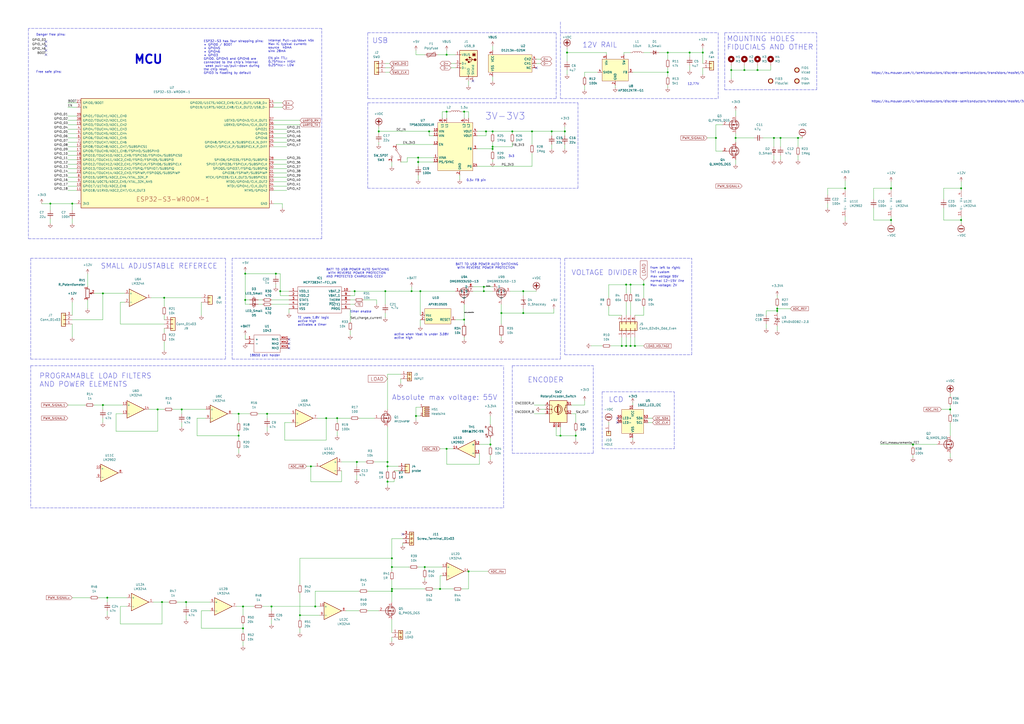
<source format=kicad_sch>
(kicad_sch (version 20211123) (generator eeschema)
  (paper "A2")
  (junction (at 450.85 179.07))
  (junction (at 529.59 257.81))
  (junction (at 426.72 80.01))
  (junction (at 284.48 257.81))
  (junction (at 59.69 234.95))
  (junction (at 224.79 270.51))
  (junction (at 219.71 76.2))
  (junction (at 439.42 40.64))
  (junction (at 280.67 166.37))
  (junction (at 224.79 279.4))
  (junction (at 227.33 323.85))
  (junction (at 189.23 242.57))
  (junction (at 516.89 109.22))
  (junction (at 551.18 237.49))
  (junction (at 259.08 260.35))
  (junction (at 227.33 342.9))
  (junction (at 29.21 -160.02))
  (junction (at 387.35 30.48))
  (junction (at -16.51 -198.12))
  (junction (at 285.75 86.36))
  (junction (at 320.04 76.2))
  (junction (at 140.97 364.49))
  (junction (at 182.88 351.79))
  (junction (at 41.91 118.11))
  (junction (at -24.13 -198.12))
  (junction (at 162.56 168.91))
  (junction (at 154.94 240.03))
  (junction (at 180.34 270.51))
  (junction (at 285.75 76.2))
  (junction (at 140.97 351.79))
  (junction (at 142.24 173.99))
  (junction (at 157.48 351.79))
  (junction (at 387.35 41.91))
  (junction (at -31.75 -198.12))
  (junction (at 205.74 168.91))
  (junction (at 138.43 252.73))
  (junction (at 327.66 76.2))
  (junction (at 360.68 200.66))
  (junction (at 516.89 127.635))
  (junction (at 259.08 31.75))
  (junction (at 363.22 200.66))
  (junction (at 450.85 180.34))
  (junction (at 224.79 267.97))
  (junction (at 448.945 80.01))
  (junction (at 255.27 341.63))
  (junction (at 462.915 80.01))
  (junction (at -8.89 -190.5))
  (junction (at 281.94 76.2))
  (junction (at 363.22 165.1))
  (junction (at 107.95 349.25))
  (junction (at -8.89 -198.12))
  (junction (at 142.24 158.75))
  (junction (at 242.57 93.98))
  (junction (at 280.67 168.91))
  (junction (at 400.05 30.48))
  (junction (at 29.21 118.11))
  (junction (at 241.3 241.3))
  (junction (at 308.61 76.2))
  (junction (at 160.02 158.75))
  (junction (at 3.81 -194.31))
  (junction (at 91.44 237.49))
  (junction (at 407.67 30.48))
  (junction (at 334.01 252.73))
  (junction (at 173.99 356.87))
  (junction (at 271.78 331.47))
  (junction (at 373.38 165.1))
  (junction (at 259.08 64.77))
  (junction (at -8.89 -134.62))
  (junction (at 93.98 349.25))
  (junction (at 105.41 237.49))
  (junction (at 557.53 109.22))
  (junction (at 242.57 91.44))
  (junction (at 285.75 85.09))
  (junction (at 452.755 80.01))
  (junction (at 227.33 328.93))
  (junction (at 227.33 341.63))
  (junction (at 248.92 76.2))
  (junction (at 246.38 328.93))
  (junction (at 368.3 200.66))
  (junction (at 431.8 40.64))
  (junction (at -8.89 -194.31))
  (junction (at 138.43 240.03))
  (junction (at 303.53 181.61))
  (junction (at 95.25 172.72))
  (junction (at 238.76 168.91))
  (junction (at 195.58 242.57))
  (junction (at 269.24 185.42))
  (junction (at 297.18 76.2))
  (junction (at 269.24 64.77))
  (junction (at 557.53 127.635))
  (junction (at 490.22 109.22))
  (junction (at 415.29 80.01))
  (junction (at 424.18 40.64))
  (junction (at 290.83 181.61))
  (junction (at 365.76 200.66))
  (junction (at 328.93 30.48))
  (junction (at 223.52 168.91))
  (junction (at 325.12 252.73))
  (junction (at 207.01 267.97))
  (junction (at 243.84 168.91))
  (junction (at 365.76 165.1))
  (junction (at 62.23 346.71))
  (junction (at 59.69 170.18))
  (junction (at 303.53 168.91))
  (junction (at -39.37 -180.34))
  (no_connect (at 26.67 31.75))
  (no_connect (at 233.68 309.88))
  (no_connect (at 274.32 46.99))
  (no_connect (at 26.67 26.67))
  (no_connect (at 26.67 29.21))
  (no_connect (at 167.64 196.85))
  (no_connect (at 167.64 199.39))
  (no_connect (at 167.64 201.93))
  (no_connect (at 26.67 24.13))
  (no_connect (at 358.14 242.57))
  (no_connect (at 358.14 245.11))
  (no_connect (at 311.15 39.37))
  (wire (pts (xy 149.86 173.99) (xy 152.4 173.99)))
  (wire (pts (xy 6.35 -160.02) (xy 29.21 -160.02)))
  (wire (pts (xy 373.38 162.56) (xy 373.38 165.1)))
  (wire (pts (xy 308.61 76.2) (xy 320.04 76.2)))
  (wire (pts (xy -21.59 -167.64) (xy -19.05 -167.64)))
  (wire (pts (xy 219.71 76.2) (xy 219.71 77.47)))
  (wire (pts (xy 29.21 118.11) (xy 41.91 118.11)))
  (wire (pts (xy 241.3 31.75) (xy 246.38 31.75)))
  (wire (pts (xy 375.92 245.11) (xy 378.46 245.11)))
  (wire (pts (xy 62.23 349.25) (xy 62.23 346.71)))
  (wire (pts (xy 363.22 165.1) (xy 365.76 165.1)))
  (wire (pts (xy 6.35 -170.18) (xy 11.43 -170.18)))
  (wire (pts (xy 415.29 80.01) (xy 415.29 87.63)))
  (wire (pts (xy 39.37 95.25) (xy 44.45 95.25)))
  (wire (pts (xy -24.13 -198.12) (xy -16.51 -198.12)))
  (wire (pts (xy 105.41 237.49) (xy 119.38 237.49)))
  (wire (pts (xy 365.76 200.66) (xy 365.76 195.58)))
  (wire (pts (xy 6.35 -180.34) (xy 11.43 -180.34)))
  (wire (pts (xy 29.21 -160.02) (xy 39.37 -160.02)))
  (wire (pts (xy 158.75 69.85) (xy 173.99 69.85)))
  (wire (pts (xy 450.85 191.77) (xy 450.85 189.23)))
  (wire (pts (xy 360.68 200.66) (xy 363.22 200.66)))
  (wire (pts (xy 285.75 76.2) (xy 285.75 77.47)))
  (wire (pts (xy 39.37 87.63) (xy 44.45 87.63)))
  (wire (pts (xy 236.22 93.98) (xy 236.22 91.44)))
  (wire (pts (xy 95.25 185.42) (xy 95.25 182.88)))
  (wire (pts (xy 160.02 158.75) (xy 160.02 160.02)))
  (wire (pts (xy 218.44 173.99) (xy 218.44 176.53)))
  (wire (pts (xy 54.61 234.95) (xy 59.69 234.95)))
  (wire (pts (xy 95.25 198.12) (xy 95.25 203.2)))
  (wire (pts (xy 39.37 90.17) (xy 44.45 90.17)))
  (wire (pts (xy 180.34 270.51) (xy 182.88 270.51)))
  (wire (pts (xy 368.3 200.66) (xy 368.3 195.58)))
  (wire (pts (xy -21.59 -165.1) (xy -19.05 -165.1)))
  (wire (pts (xy 246.38 341.63) (xy 227.33 341.63)))
  (wire (pts (xy 547.37 120.65) (xy 547.37 127.635)))
  (wire (pts (xy 41.91 185.42) (xy 59.69 185.42)))
  (wire (pts (xy 339.09 49.53) (xy 339.09 52.07)))
  (wire (pts (xy 480.06 109.22) (xy 490.22 109.22)))
  (wire (pts (xy 269.24 185.42) (xy 269.24 187.96)))
  (wire (pts (xy 303.53 168.91) (xy 311.15 168.91)))
  (wire (pts (xy 251.46 83.82) (xy 229.87 83.82)))
  (wire (pts (xy 39.37 72.39) (xy 44.45 72.39)))
  (wire (pts (xy 39.37 107.95) (xy 44.45 107.95)))
  (wire (pts (xy 557.53 125.73) (xy 557.53 127.635)))
  (wire (pts (xy 223.52 181.61) (xy 223.52 184.15)))
  (wire (pts (xy 158.75 100.33) (xy 166.37 100.33)))
  (wire (pts (xy 67.31 250.19) (xy 91.44 250.19)))
  (wire (pts (xy -6.35 -185.42) (xy -6.35 -190.5)))
  (wire (pts (xy 152.4 351.79) (xy 157.48 351.79)))
  (wire (pts (xy 182.88 342.9) (xy 208.28 342.9)))
  (wire (pts (xy 41.91 121.92) (xy 41.91 118.11)))
  (wire (pts (xy -21.59 -149.86) (xy -19.05 -149.86)))
  (wire (pts (xy 246.38 336.55) (xy 246.38 335.28)))
  (wire (pts (xy 367.03 255.27) (xy 367.03 254)))
  (wire (pts (xy 224.79 278.13) (xy 224.79 279.4)))
  (wire (pts (xy 158.75 105.41) (xy 166.37 105.41)))
  (polyline (pts (xy 186.69 16.51) (xy 16.51 16.51)))
  (wire (pts (xy 227.33 312.42) (xy 227.33 323.85)))
  (wire (pts (xy 322.58 247.65) (xy 322.58 252.73)))
  (wire (pts (xy 73.66 351.79) (xy 69.85 351.79)))
  (wire (pts (xy 224.79 279.4) (xy 224.79 281.94)))
  (wire (pts (xy -31.75 -195.58) (xy -31.75 -198.12)))
  (wire (pts (xy 219.71 73.66) (xy 219.71 76.2)))
  (wire (pts (xy 365.76 165.1) (xy 373.38 165.1)))
  (polyline (pts (xy 17.78 212.09) (xy 292.1 212.09)))
  (wire (pts (xy 328.93 27.94) (xy 328.93 30.48)))
  (wire (pts (xy 140.97 372.11) (xy 140.97 374.65)))
  (wire (pts (xy 255.27 260.35) (xy 259.08 260.35)))
  (wire (pts (xy 274.32 166.37) (xy 280.67 166.37)))
  (wire (pts (xy 213.36 342.9) (xy 227.33 342.9)))
  (wire (pts (xy 6.35 -165.1) (xy 11.43 -165.1)))
  (wire (pts (xy 142.24 173.99) (xy 142.24 176.53)))
  (wire (pts (xy 259.08 29.21) (xy 259.08 31.75)))
  (wire (pts (xy 158.75 82.55) (xy 166.37 82.55)))
  (wire (pts (xy 259.08 64.77) (xy 259.08 68.58)))
  (wire (pts (xy 400.05 30.48) (xy 407.67 30.48)))
  (wire (pts (xy 158.75 59.69) (xy 163.83 59.69)))
  (polyline (pts (xy 325.12 208.28) (xy 325.12 149.86)))
  (wire (pts (xy 91.44 237.49) (xy 95.25 237.49)))
  (wire (pts (xy 373.38 30.48) (xy 377.19 30.48)))
  (wire (pts (xy 248.92 76.2) (xy 251.46 76.2)))
  (wire (pts (xy 546.1 237.49) (xy 551.18 237.49)))
  (wire (pts (xy 134.62 240.03) (xy 138.43 240.03)))
  (wire (pts (xy 180.34 279.4) (xy 198.12 279.4)))
  (wire (pts (xy 407.67 36.83) (xy 407.67 30.48)))
  (polyline (pts (xy 213.36 59.69) (xy 335.28 59.69)))
  (wire (pts (xy 424.18 38.1) (xy 424.18 40.64)))
  (wire (pts (xy 39.37 62.23) (xy 44.45 62.23)))
  (wire (pts (xy 450.85 177.8) (xy 450.85 179.07)))
  (wire (pts (xy 255.27 334.01) (xy 255.27 341.63)))
  (wire (pts (xy 373.38 172.72) (xy 373.38 165.1)))
  (wire (pts (xy 154.94 242.57) (xy 154.94 240.03)))
  (wire (pts (xy 259.08 260.35) (xy 262.89 260.35)))
  (wire (pts (xy 281.94 78.74) (xy 281.94 76.2)))
  (wire (pts (xy 114.3 252.73) (xy 138.43 252.73)))
  (wire (pts (xy 41.91 118.11) (xy 44.45 118.11)))
  (wire (pts (xy 309.88 240.03) (xy 316.23 240.03)))
  (wire (pts (xy 39.37 105.41) (xy 44.45 105.41)))
  (polyline (pts (xy 401.32 205.74) (xy 401.32 149.86)))
  (wire (pts (xy 510.54 257.81) (xy 529.59 257.81)))
  (wire (pts (xy 285.75 85.09) (xy 285.75 86.36)))
  (wire (pts (xy 116.84 175.26) (xy 116.84 182.88)))
  (wire (pts (xy 207.01 267.97) (xy 212.09 267.97)))
  (polyline (pts (xy 213.36 19.05) (xy 322.58 19.05)))
  (wire (pts (xy -39.37 -172.72) (xy -39.37 -170.18)))
  (wire (pts (xy 313.69 237.49) (xy 316.23 237.49)))
  (polyline (pts (xy 349.25 260.35) (xy 391.16 260.35)))
  (wire (pts (xy -8.89 -194.31) (xy -5.08 -194.31)))
  (wire (pts (xy -39.37 -180.34) (xy -19.05 -180.34)))
  (wire (pts (xy 267.97 64.77) (xy 269.24 64.77)))
  (wire (pts (xy 142.24 176.53) (xy 144.78 176.53)))
  (wire (pts (xy 6.35 -154.94) (xy 11.43 -154.94)))
  (wire (pts (xy 367.03 41.91) (xy 387.35 41.91)))
  (wire (pts (xy 303.53 168.91) (xy 303.53 171.45)))
  (wire (pts (xy 140.97 364.49) (xy 140.97 367.03)))
  (wire (pts (xy 363.22 182.88) (xy 363.22 175.26)))
  (wire (pts (xy 506.73 109.22) (xy 516.89 109.22)))
  (wire (pts (xy 444.5 182.88) (xy 444.5 180.34)))
  (wire (pts (xy 142.24 157.48) (xy 142.24 158.75)))
  (wire (pts (xy 256.54 334.01) (xy 255.27 334.01)))
  (wire (pts (xy -8.89 -194.31) (xy -8.89 -190.5)))
  (wire (pts (xy -21.59 -142.24) (xy -19.05 -142.24)))
  (wire (pts (xy 182.88 342.9) (xy 182.88 351.79)))
  (wire (pts (xy 167.64 171.45) (xy 162.56 171.45)))
  (wire (pts (xy 39.37 102.87) (xy 44.45 102.87)))
  (polyline (pts (xy 297.18 262.89) (xy 344.17 262.89)))
  (wire (pts (xy 407.67 27.94) (xy 407.67 30.48)))
  (wire (pts (xy 39.37 110.49) (xy 44.45 110.49)))
  (wire (pts (xy 452.755 90.17) (xy 452.755 92.71)))
  (wire (pts (xy 57.15 346.71) (xy 62.23 346.71)))
  (wire (pts (xy 254 31.75) (xy 259.08 31.75)))
  (wire (pts (xy 280.67 168.91) (xy 285.75 168.91)))
  (wire (pts (xy 462.915 80.01) (xy 465.455 80.01)))
  (wire (pts (xy 207.01 270.51) (xy 207.01 267.97)))
  (wire (pts (xy 100.33 237.49) (xy 105.41 237.49)))
  (wire (pts (xy 450.85 179.07) (xy 458.47 179.07)))
  (wire (pts (xy 6.35 -177.8) (xy 11.43 -177.8)))
  (wire (pts (xy 29.21 121.92) (xy 29.21 118.11)))
  (wire (pts (xy 24.13 118.11) (xy 29.21 118.11)))
  (wire (pts (xy 241.3 29.21) (xy 241.3 31.75)))
  (wire (pts (xy -39.37 -177.8) (xy -39.37 -180.34)))
  (wire (pts (xy -52.07 -182.88) (xy -52.07 -187.96)))
  (wire (pts (xy 91.44 250.19) (xy 91.44 237.49)))
  (wire (pts (xy 342.9 200.66) (xy 349.25 200.66)))
  (wire (pts (xy 238.76 168.91) (xy 243.84 168.91)))
  (wire (pts (xy 62.23 346.71) (xy 73.66 346.71)))
  (wire (pts (xy 363.22 200.66) (xy 365.76 200.66)))
  (wire (pts (xy 242.57 101.6) (xy 242.57 104.14)))
  (wire (pts (xy 415.29 72.39) (xy 415.29 80.01)))
  (wire (pts (xy 320.04 76.2) (xy 327.66 76.2)))
  (wire (pts (xy -41.91 -180.34) (xy -39.37 -180.34)))
  (wire (pts (xy 6.35 -167.64) (xy 11.43 -167.64)))
  (wire (pts (xy 551.18 237.49) (xy 551.18 240.03)))
  (wire (pts (xy 224.79 270.51) (xy 231.14 270.51)))
  (wire (pts (xy 39.37 74.93) (xy 44.45 74.93)))
  (wire (pts (xy -8.89 -200.66) (xy -8.89 -198.12)))
  (wire (pts (xy 248.92 78.74) (xy 248.92 76.2)))
  (wire (pts (xy 203.2 179.07) (xy 203.2 186.69)))
  (wire (pts (xy 6.35 -149.86) (xy 11.43 -149.86)))
  (wire (pts (xy 452.755 80.01) (xy 452.755 85.09)))
  (wire (pts (xy 95.25 172.72) (xy 116.84 172.72)))
  (wire (pts (xy 223.52 39.37) (xy 226.06 39.37)))
  (wire (pts (xy 363.22 200.66) (xy 363.22 195.58)))
  (wire (pts (xy 54.61 170.18) (xy 59.69 170.18)))
  (wire (pts (xy 334.01 240.03) (xy 334.01 245.11)))
  (wire (pts (xy 426.72 77.47) (xy 426.72 80.01)))
  (wire (pts (xy -16.51 -195.58) (xy -16.51 -198.12)))
  (wire (pts (xy 276.86 96.52) (xy 308.61 96.52)))
  (wire (pts (xy 227.33 328.93) (xy 227.33 323.85)))
  (wire (pts (xy 450.85 179.07) (xy 450.85 180.34)))
  (wire (pts (xy 67.31 240.03) (xy 67.31 250.19)))
  (wire (pts (xy 439.42 40.64) (xy 447.04 40.64)))
  (wire (pts (xy 256.54 68.58) (xy 256.54 64.77)))
  (wire (pts (xy 140.97 351.79) (xy 147.32 351.79)))
  (wire (pts (xy 280.67 166.37) (xy 285.75 166.37)))
  (wire (pts (xy 516.89 127.635) (xy 506.73 127.635)))
  (wire (pts (xy 284.48 257.81) (xy 284.48 259.08)))
  (wire (pts (xy 203.2 176.53) (xy 205.74 176.53)))
  (wire (pts (xy 93.98 361.95) (xy 93.98 349.25)))
  (wire (pts (xy 442.595 80.01) (xy 448.945 80.01)))
  (polyline (pts (xy 344.17 262.89) (xy 344.17 212.09)))
  (wire (pts (xy 203.2 173.99) (xy 205.74 173.99)))
  (wire (pts (xy 213.36 354.33) (xy 219.71 354.33)))
  (wire (pts (xy 184.15 242.57) (xy 189.23 242.57)))
  (polyline (pts (xy 16.51 16.51) (xy 16.51 138.43)))
  (wire (pts (xy 278.13 257.81) (xy 284.48 257.81)))
  (wire (pts (xy 320.04 78.74) (xy 320.04 76.2)))
  (wire (pts (xy 506.73 120.65) (xy 506.73 127.635)))
  (wire (pts (xy 6.35 -162.56) (xy 11.43 -162.56)))
  (polyline (pts (xy 297.18 212.09) (xy 344.17 212.09)))
  (wire (pts (xy 431.8 40.64) (xy 439.42 40.64)))
  (wire (pts (xy 271.78 49.53) (xy 271.78 46.99)))
  (wire (pts (xy 95.25 177.8) (xy 95.25 172.72)))
  (wire (pts (xy 261.62 36.83) (xy 264.16 36.83)))
  (polyline (pts (xy 134.62 149.86) (xy 134.62 208.28)))
  (wire (pts (xy 557.53 109.22) (xy 557.53 110.49)))
  (wire (pts (xy -31.75 -198.12) (xy -24.13 -198.12)))
  (wire (pts (xy -52.07 -193.04) (xy -52.07 -198.12)))
  (wire (pts (xy 547.37 109.22) (xy 557.53 109.22)))
  (wire (pts (xy 242.57 93.98) (xy 242.57 91.44)))
  (wire (pts (xy 224.79 270.51) (xy 224.79 273.05)))
  (wire (pts (xy -6.35 -137.16) (xy -6.35 -134.62)))
  (wire (pts (xy 426.72 64.135) (xy 426.72 67.31)))
  (wire (pts (xy 261.62 39.37) (xy 264.16 39.37)))
  (wire (pts (xy 160.02 158.75) (xy 162.56 158.75)))
  (wire (pts (xy 163.83 118.11) (xy 163.83 120.65)))
  (wire (pts (xy 227.33 342.9) (xy 227.33 341.63)))
  (wire (pts (xy 271.78 331.47) (xy 271.78 341.63)))
  (wire (pts (xy 195.58 250.19) (xy 195.58 252.73)))
  (wire (pts (xy 450.85 171.45) (xy 450.85 172.72)))
  (wire (pts (xy 259.08 64.77) (xy 260.35 64.77)))
  (wire (pts (xy 219.71 76.2) (xy 248.92 76.2)))
  (wire (pts (xy 6.35 -157.48) (xy 11.43 -157.48)))
  (wire (pts (xy 189.23 255.27) (xy 189.23 242.57)))
  (wire (pts (xy 439.42 38.1) (xy 439.42 40.64)))
  (wire (pts (xy 448.945 80.01) (xy 452.755 80.01)))
  (wire (pts (xy 236.22 91.44) (xy 242.57 91.44)))
  (wire (pts (xy -8.89 -190.5) (xy -8.89 -185.42)))
  (wire (pts (xy 39.37 234.95) (xy 49.53 234.95)))
  (wire (pts (xy 224.79 217.17) (xy 232.41 217.17)))
  (wire (pts (xy 223.52 176.53) (xy 223.52 168.91)))
  (polyline (pts (xy 213.36 57.15) (xy 322.58 57.15)))
  (wire (pts (xy 167.64 179.07) (xy 167.64 181.61)))
  (wire (pts (xy 373.38 182.88) (xy 373.38 177.8)))
  (wire (pts (xy 246.38 328.93) (xy 256.54 328.93)))
  (wire (pts (xy 266.7 101.6) (xy 266.7 104.14)))
  (wire (pts (xy 278.13 262.89) (xy 278.13 269.24)))
  (polyline (pts (xy 349.25 227.33) (xy 349.25 260.35)))
  (wire (pts (xy 39.37 85.09) (xy 44.45 85.09)))
  (wire (pts (xy 297.18 76.2) (xy 308.61 76.2)))
  (wire (pts (xy 158.75 72.39) (xy 173.99 72.39)))
  (wire (pts (xy 223.52 41.91) (xy 226.06 41.91)))
  (wire (pts (xy 173.99 323.85) (xy 227.33 323.85)))
  (wire (pts (xy 290.83 176.53) (xy 290.83 181.61)))
  (wire (pts (xy 243.84 168.91) (xy 264.16 168.91)))
  (wire (pts (xy 157.48 173.99) (xy 167.64 173.99)))
  (wire (pts (xy 39.37 97.79) (xy 44.45 97.79)))
  (wire (pts (xy 328.93 30.48) (xy 351.79 30.48)))
  (wire (pts (xy 180.34 270.51) (xy 180.34 279.4)))
  (polyline (pts (xy 17.78 212.09) (xy 17.78 294.64)))
  (wire (pts (xy 138.43 240.03) (xy 138.43 245.11)))
  (wire (pts (xy 29.21 127) (xy 29.21 129.54)))
  (wire (pts (xy 490.22 125.73) (xy 490.22 128.27)))
  (polyline (pts (xy 213.36 59.69) (xy 213.36 109.22)))
  (wire (pts (xy 165.1 255.27) (xy 189.23 255.27)))
  (wire (pts (xy 158.75 62.23) (xy 163.83 62.23)))
  (wire (pts (xy 313.69 36.83) (xy 311.15 36.83)))
  (wire (pts (xy 327.66 78.74) (xy 327.66 76.2)))
  (wire (pts (xy -6.35 -190.5) (xy -8.89 -190.5)))
  (wire (pts (xy 228.6 278.13) (xy 228.6 279.4)))
  (wire (pts (xy 276.86 86.36) (xy 285.75 86.36)))
  (wire (pts (xy 269.24 64.77) (xy 269.24 68.58)))
  (wire (pts (xy 353.06 165.1) (xy 363.22 165.1)))
  (wire (pts (xy 116.84 364.49) (xy 140.97 364.49)))
  (wire (pts (xy 365.76 30.48) (xy 361.95 30.48)))
  (wire (pts (xy 116.84 354.33) (xy 116.84 364.49)))
  (wire (pts (xy 551.18 245.11) (xy 551.18 252.73)))
  (wire (pts (xy 290.83 195.58) (xy 290.83 196.85)))
  (wire (pts (xy 264.16 185.42) (xy 269.24 185.42)))
  (wire (pts (xy 284.48 241.3) (xy 284.48 246.38)))
  (wire (pts (xy 327.66 76.2) (xy 327.66 73.66)))
  (wire (pts (xy 353.06 246.38) (xy 353.06 245.11)))
  (wire (pts (xy 69.85 175.26) (xy 69.85 187.96)))
  (wire (pts (xy 259.08 31.75) (xy 264.16 31.75)))
  (wire (pts (xy 173.99 339.09) (xy 173.99 323.85)))
  (wire (pts (xy 138.43 260.35) (xy 138.43 262.89)))
  (wire (pts (xy 353.06 182.88) (xy 360.68 182.88)))
  (wire (pts (xy 41.91 127) (xy 41.91 129.54)))
  (wire (pts (xy 6.35 -175.26) (xy 11.43 -175.26)))
  (wire (pts (xy 551.18 234.95) (xy 551.18 237.49)))
  (wire (pts (xy 162.56 168.91) (xy 167.64 168.91)))
  (wire (pts (xy 39.37 59.69) (xy 44.45 59.69)))
  (wire (pts (xy 387.35 30.48) (xy 400.05 30.48)))
  (wire (pts (xy 241.3 243.84) (xy 241.3 241.3)))
  (wire (pts (xy 208.28 242.57) (xy 217.17 242.57)))
  (wire (pts (xy 88.9 349.25) (xy 93.98 349.25)))
  (polyline (pts (xy 325.12 19.05) (xy 416.56 19.05)))
  (wire (pts (xy 203.2 171.45) (xy 205.74 171.45)))
  (wire (pts (xy 285.75 93.98) (xy 285.75 92.71)))
  (wire (pts (xy 516.89 109.22) (xy 516.89 110.49)))
  (wire (pts (xy 284.48 254) (xy 284.48 257.81)))
  (wire (pts (xy 195.58 242.57) (xy 195.58 245.11)))
  (wire (pts (xy 3.81 -193.04) (xy 3.81 -194.31)))
  (wire (pts (xy 269.24 176.53) (xy 269.24 185.42)))
  (polyline (pts (xy 349.25 227.33) (xy 391.16 227.33)))
  (polyline (pts (xy 420.37 19.05) (xy 420.37 52.07)))
  (polyline (pts (xy 325.12 149.86) (xy 134.62 149.86)))
  (wire (pts (xy 251.46 91.44) (xy 242.57 91.44)))
  (wire (pts (xy 173.99 364.49) (xy 173.99 367.03)))
  (wire (pts (xy 375.92 242.57) (xy 378.46 242.57)))
  (wire (pts (xy 444.5 187.96) (xy 444.5 190.5)))
  (wire (pts (xy 480.06 109.22) (xy 480.06 113.03)))
  (wire (pts (xy 173.99 356.87) (xy 185.42 356.87)))
  (wire (pts (xy 331.47 240.03) (xy 334.01 240.03)))
  (wire (pts (xy 551.18 262.89) (xy 551.18 265.43)))
  (wire (pts (xy 271.78 64.77) (xy 271.78 68.58)))
  (wire (pts (xy 227.33 312.42) (xy 233.68 312.42)))
  (wire (pts (xy 93.98 349.25) (xy 97.79 349.25)))
  (wire (pts (xy 426.72 80.01) (xy 437.515 80.01)))
  (wire (pts (xy 400.05 38.1) (xy 400.05 40.64)))
  (wire (pts (xy 351.79 30.48) (xy 351.79 31.75)))
  (wire (pts (xy 255.27 341.63) (xy 262.89 341.63)))
  (wire (pts (xy 39.37 69.85) (xy 44.45 69.85)))
  (polyline (pts (xy 420.37 19.05) (xy 473.71 19.05)))
  (wire (pts (xy 285.75 86.36) (xy 285.75 87.63)))
  (wire (pts (xy 246.38 328.93) (xy 246.38 330.2)))
  (wire (pts (xy 6.35 -144.78) (xy 11.43 -144.78)))
  (wire (pts (xy 29.21 -162.56) (xy 29.21 -160.02)))
  (wire (pts (xy 448.945 90.17) (xy 448.945 92.71)))
  (wire (pts (xy 168.91 245.11) (xy 165.1 245.11)))
  (wire (pts (xy 95.25 190.5) (xy 95.25 193.04)))
  (wire (pts (xy 290.83 181.61) (xy 303.53 181.61)))
  (wire (pts (xy 140.97 351.79) (xy 140.97 356.87)))
  (wire (pts (xy 59.69 242.57) (xy 59.69 245.11)))
  (wire (pts (xy 223.52 36.83) (xy 226.06 36.83)))
  (wire (pts (xy 144.78 173.99) (xy 142.24 173.99)))
  (wire (pts (xy 227.33 331.47) (xy 227.33 328.93)))
  (polyline (pts (xy 186.69 138.43) (xy 186.69 16.51)))
  (wire (pts (xy 448.945 80.01) (xy 448.945 85.09)))
  (wire (pts (xy 162.56 168.91) (xy 162.56 171.45)))
  (wire (pts (xy 285.75 82.55) (xy 285.75 85.09)))
  (wire (pts (xy -21.59 -147.32) (xy -19.05 -147.32)))
  (wire (pts (xy 198.12 279.4) (xy 198.12 273.05)))
  (wire (pts (xy 274.32 168.91) (xy 280.67 168.91)))
  (wire (pts (xy 490.22 110.49) (xy 490.22 109.22)))
  (wire (pts (xy 149.86 240.03) (xy 154.94 240.03)))
  (wire (pts (xy 189.23 242.57) (xy 195.58 242.57)))
  (wire (pts (xy 3.81 -194.31) (xy 3.81 -195.58)))
  (wire (pts (xy -6.35 -134.62) (xy -8.89 -134.62)))
  (wire (pts (xy 271.78 331.47) (xy 283.21 331.47)))
  (wire (pts (xy 69.85 361.95) (xy 93.98 361.95)))
  (wire (pts (xy 387.35 49.53) (xy 387.35 50.8)))
  (wire (pts (xy 205.74 168.91) (xy 223.52 168.91)))
  (wire (pts (xy 242.57 93.98) (xy 242.57 96.52)))
  (wire (pts (xy 107.95 349.25) (xy 121.92 349.25)))
  (wire (pts (xy 138.43 250.19) (xy 138.43 252.73)))
  (wire (pts (xy 59.69 170.18) (xy 72.39 170.18)))
  (wire (pts (xy 382.27 30.48) (xy 387.35 30.48)))
  (wire (pts (xy 228.6 279.4) (xy 224.79 279.4)))
  (wire (pts (xy 290.83 181.61) (xy 290.83 187.96)))
  (wire (pts (xy 6.35 -172.72) (xy 11.43 -172.72)))
  (wire (pts (xy 334.01 250.19) (xy 334.01 252.73)))
  (polyline (pts (xy 297.18 212.09) (xy 297.18 262.89)))
  (wire (pts (xy 452.755 80.01) (xy 462.915 80.01)))
  (wire (pts (xy 39.37 100.33) (xy 44.45 100.33)))
  (wire (pts (xy 158.75 74.93) (xy 166.37 74.93)))
  (wire (pts (xy 444.5 180.34) (xy 450.85 180.34)))
  (wire (pts (xy 227.33 336.55) (xy 227.33 341.63)))
  (wire (pts (xy 223.52 168.91) (xy 238.76 168.91)))
  (wire (pts (xy 242.57 328.93) (xy 246.38 328.93)))
  (polyline (pts (xy 17.78 294.64) (xy 292.1 294.64)))
  (polyline (pts (xy 130.81 208.28) (xy 130.81 149.86)))
  (wire (pts (xy -8.89 -198.12) (xy -8.89 -194.31)))
  (wire (pts (xy 173.99 359.41) (xy 173.99 356.87)))
  (wire (pts (xy -21.59 -154.94) (xy -19.05 -154.94)))
  (wire (pts (xy -16.51 -190.5) (xy -16.51 -189.23)))
  (wire (pts (xy 41.91 346.71) (xy 52.07 346.71)))
  (wire (pts (xy 557.53 127.635) (xy 547.37 127.635)))
  (wire (pts (xy 309.88 234.95) (xy 316.23 234.95)))
  (wire (pts (xy -21.59 -152.4) (xy -19.05 -152.4)))
  (wire (pts (xy 119.38 242.57) (xy 114.3 242.57)))
  (wire (pts (xy 142.24 158.75) (xy 142.24 173.99)))
  (wire (pts (xy 251.46 93.98) (xy 242.57 93.98)))
  (wire (pts (xy -21.59 -157.48) (xy -19.05 -157.48)))
  (wire (pts (xy 86.36 237.49) (xy 91.44 237.49)))
  (wire (pts (xy 400.05 33.02) (xy 400.05 30.48)))
  (wire (pts (xy 227.33 372.11) (xy 227.33 369.57)))
  (wire (pts (xy 334.01 255.27) (xy 334.01 252.73)))
  (wire (pts (xy 158.75 77.47) (xy 166.37 77.47)))
  (wire (pts (xy 157.48 176.53) (xy 167.64 176.53)))
  (wire (pts (xy 297.18 76.2) (xy 297.18 77.47)))
  (wire (pts (xy 325.12 252.73) (xy 334.01 252.73)))
  (polyline (pts (xy 420.37 52.07) (xy 473.71 52.07)))
  (wire (pts (xy 269.24 195.58) (xy 269.24 196.85)))
  (wire (pts (xy 256.54 64.77) (xy 259.08 64.77)))
  (wire (pts (xy 227.33 349.25) (xy 227.33 342.9)))
  (wire (pts (xy 158.75 118.11) (xy 163.83 118.11)))
  (wire (pts (xy 308.61 88.9) (xy 308.61 96.52)))
  (wire (pts (xy 410.21 80.01) (xy 415.29 80.01)))
  (wire (pts (xy 69.85 187.96) (xy 95.25 187.96)))
  (wire (pts (xy 158.75 97.79) (xy 166.37 97.79)))
  (wire (pts (xy 157.48 359.41) (xy 157.48 361.95)))
  (wire (pts (xy 227.33 93.98) (xy 227.33 96.52)))
  (wire (pts (xy 205.74 171.45) (xy 205.74 168.91)))
  (polyline (pts (xy 17.78 208.28) (xy 130.81 208.28)))
  (wire (pts (xy 137.16 351.79) (xy 140.97 351.79)))
  (wire (pts (xy 3.81 -187.96) (xy 3.81 -186.69)))
  (wire (pts (xy 243.84 168.91) (xy 243.84 182.88)))
  (wire (pts (xy 284.48 264.16) (xy 284.48 266.7)))
  (wire (pts (xy 107.95 356.87) (xy 107.95 359.41)))
  (wire (pts (xy 162.56 158.75) (xy 162.56 168.91)))
  (wire (pts (xy 107.95 351.79) (xy 107.95 349.25)))
  (polyline (pts (xy 134.62 208.28) (xy 325.12 208.28)))
  (wire (pts (xy 557.53 105.41) (xy 557.53 109.22)))
  (wire (pts (xy 121.92 354.33) (xy 116.84 354.33)))
  (wire (pts (xy 59.69 237.49) (xy 59.69 234.95)))
  (wire (pts (xy 424.18 40.64) (xy 424.18 45.72)))
  (wire (pts (xy 281.94 76.2) (xy 285.75 76.2)))
  (wire (pts (xy 516.89 127.635) (xy 516.89 129.54)))
  (wire (pts (xy 271.78 341.63) (xy 267.97 341.63)))
  (wire (pts (xy 308.61 76.2) (xy 308.61 83.82)))
  (wire (pts (xy 516.89 125.73) (xy 516.89 127.635)))
  (wire (pts (xy 353.06 165.1) (xy 353.06 172.72)))
  (wire (pts (xy 276.86 78.74) (xy 281.94 78.74)))
  (wire (pts (xy 426.72 92.71) (xy 426.72 95.25)))
  (wire (pts (xy 506.73 109.22) (xy 506.73 115.57)))
  (wire (pts (xy 50.8 158.75) (xy 50.8 166.37)))
  (wire (pts (xy 303.53 181.61) (xy 321.31 181.61)))
  (wire (pts (xy -16.51 -198.12) (xy -8.89 -198.12)))
  (wire (pts (xy 142.24 158.75) (xy 160.02 158.75)))
  (wire (pts (xy 6.35 -142.24) (xy 11.43 -142.24)))
  (wire (pts (xy 158.75 92.71) (xy 166.37 92.71)))
  (wire (pts (xy -31.75 -190.5) (xy -31.75 -189.23)))
  (polyline (pts (xy 17.78 149.86) (xy 17.78 208.28)))
  (wire (pts (xy 339.09 232.41) (xy 339.09 234.95)))
  (wire (pts (xy 138.43 240.03) (xy 144.78 240.03)))
  (wire (pts (xy 149.86 176.53) (xy 152.4 176.53)))
  (wire (pts (xy 6.35 -152.4) (xy 11.43 -152.4)))
  (wire (pts (xy 227.33 367.03) (xy 227.33 359.41)))
  (wire (pts (xy 424.18 40.64) (xy 431.8 40.64)))
  (wire (pts (xy 365.76 200.66) (xy 368.3 200.66)))
  (wire (pts (xy 105.41 240.03) (xy 105.41 237.49)))
  (wire (pts (xy 516.89 105.41) (xy 516.89 109.22)))
  (wire (pts (xy 327.66 83.82) (xy 327.66 86.36)))
  (wire (pts (xy 231.14 273.05) (xy 228.6 273.05)))
  (wire (pts (xy 295.91 168.91) (xy 303.53 168.91)))
  (wire (pts (xy 6.35 -147.32) (xy 11.43 -147.32)))
  (wire (pts (xy 224.79 247.65) (xy 224.79 267.97)))
  (wire (pts (xy 157.48 354.33) (xy 157.48 351.79)))
  (wire (pts (xy 158.75 107.95) (xy 166.37 107.95)))
  (wire (pts (xy -21.59 -144.78) (xy -19.05 -144.78)))
  (wire (pts (xy 165.1 245.11) (xy 165.1 255.27)))
  (wire (pts (xy 238.76 166.37) (xy 238.76 168.91)))
  (wire (pts (xy 447.04 38.1) (xy 447.04 40.64)))
  (wire (pts (xy -24.13 -195.58) (xy -24.13 -198.12)))
  (wire (pts (xy 368.3 182.88) (xy 373.38 182.88)))
  (wire (pts (xy 387.35 41.91) (xy 387.35 44.45)))
  (wire (pts (xy 462.915 90.17) (xy 462.915 92.71)))
  (wire (pts (xy 339.09 41.91) (xy 339.09 44.45)))
  (wire (pts (xy 356.87 49.53) (xy 356.87 50.8)))
  (polyline (pts (xy 473.71 52.07) (xy 473.71 19.05)))
  (wire (pts (xy 361.95 30.48) (xy 361.95 31.75)))
  (wire (pts (xy 248.92 78.74) (xy 251.46 78.74)))
  (wire (pts (xy 217.17 267.97) (xy 224.79 267.97)))
  (wire (pts (xy 72.39 175.26) (xy 69.85 175.26)))
  (wire (pts (xy 39.37 77.47) (xy 44.45 77.47)))
  (wire (pts (xy 339.09 41.91) (xy 346.71 41.91)))
  (wire (pts (xy 39.37 92.71) (xy 44.45 92.71)))
  (wire (pts (xy 259.08 269.24) (xy 259.08 260.35)))
  (wire (pts (xy 387.35 39.37) (xy 387.35 41.91)))
  (polyline (pts (xy 416.56 57.15) (xy 416.56 19.05)))
  (wire (pts (xy -8.89 -132.08) (xy -8.89 -134.62)))
  (wire (pts (xy 367.03 233.68) (xy 367.03 234.95)))
  (wire (pts (xy 328.93 40.64) (xy 328.93 43.18)))
  (wire (pts (xy 232.41 93.98) (xy 236.22 93.98)))
  (wire (pts (xy 160.02 166.37) (xy 160.02 165.1)))
  (wire (pts (xy 241.3 236.22) (xy 241.3 241.3)))
  (wire (pts (xy 285.75 46.99) (xy 285.75 44.45)))
  (wire (pts (xy 450.85 180.34) (xy 450.85 181.61)))
  (wire (pts (xy 41.91 187.96) (xy 41.91 195.58)))
  (wire (pts (xy 69.85 351.79) (xy 69.85 361.95)))
  (wire (pts (xy 0 -194.31) (xy 3.81 -194.31)))
  (wire (pts (xy 285.75 76.2) (xy 297.18 76.2)))
  (wire (pts (xy 415.29 87.63) (xy 419.1 87.63)))
  (wire (pts (xy 365.76 165.1) (xy 365.76 170.18)))
  (wire (pts (xy 243.84 236.22) (xy 241.3 236.22)))
  (wire (pts (xy 142.24 194.31) (xy 142.24 196.85)))
  (wire (pts (xy 529.59 257.81) (xy 543.56 257.81)))
  (wire (pts (xy 313.69 34.29) (xy 311.15 34.29)))
  (wire (pts (xy 198.12 267.97) (xy 207.01 267.97)))
  (wire (pts (xy 157.48 351.79) (xy 182.88 351.79)))
  (wire (pts (xy 232.41 222.25) (xy 232.41 219.71)))
  (wire (pts (xy 387.35 30.48) (xy 387.35 34.29)))
  (polyline (pts (xy 327.66 205.74) (xy 401.32 205.74)))
  (wire (pts (xy 158.75 95.25) (xy 166.37 95.25)))
  (wire (pts (xy 182.88 351.79) (xy 185.42 351.79)))
  (wire (pts (xy 87.63 172.72) (xy 95.25 172.72)))
  (wire (pts (xy 280.67 166.37) (xy 280.67 168.91)))
  (wire (pts (xy 462.915 80.01) (xy 462.915 85.09)))
  (wire (pts (xy 354.33 200.66) (xy 360.68 200.66)))
  (wire (pts (xy 158.75 80.01) (xy 166.37 80.01)))
  (wire (pts (xy 50.8 173.99) (xy 50.8 179.07)))
  (wire (pts (xy 59.69 234.95) (xy 71.12 234.95)))
  (wire (pts (xy 224.79 237.49) (xy 224.79 217.17)))
  (wire (pts (xy 363.22 170.18) (xy 363.22 165.1)))
  (wire (pts (xy 373.38 200.66) (xy 368.3 200.66)))
  (wire (pts (xy 200.66 354.33) (xy 208.28 354.33)))
  (wire (pts (xy 557.53 127.635) (xy 557.53 129.54)))
  (wire (pts (xy 62.23 354.33) (xy 62.23 356.87)))
  (wire (pts (xy -8.89 -137.16) (xy -8.89 -134.62)))
  (wire (pts (xy 269.24 64.77) (xy 271.78 64.77)))
  (wire (pts (xy 426.72 80.01) (xy 426.72 82.55)))
  (wire (pts (xy 431.8 38.1) (xy 431.8 40.64)))
  (wire (pts (xy -21.59 -160.02) (xy -19.05 -160.02)))
  (polyline (pts (xy 17.78 149.86) (xy 130.81 149.86)))
  (wire (pts (xy 321.31 181.61) (xy 321.31 179.07)))
  (wire (pts (xy 41.91 175.26) (xy 41.91 182.88)))
  (polyline (pts (xy 325.12 12.7) (xy 325.12 57.15)))
  (wire (pts (xy -24.13 -190.5) (xy -24.13 -189.23)))
  (wire (pts (xy 480.06 118.11) (xy 480.06 120.65)))
  (polyline (pts (xy 213.36 19.05) (xy 213.36 57.15)))
  (polyline (pts (xy 327.66 149.86) (xy 327.66 205.74)))
  (wire (pts (xy 415.29 72.39) (xy 419.1 72.39)))
  (wire (pts (xy 325.12 247.65) (xy 325.12 252.73)))
  (wire (pts (xy 39.37 82.55) (xy 44.45 82.55)))
  (wire (pts (xy 177.8 270.51) (xy 180.34 270.51)))
  (wire (pts (xy 140.97 361.95) (xy 140.97 364.49)))
  (wire (pts (xy 227.33 328.93) (xy 237.49 328.93)))
  (wire (pts (xy -52.07 -198.12) (xy -31.75 -198.12)))
  (wire (pts (xy 360.68 200.66) (xy 360.68 195.58)))
  (wire (pts (xy 210.82 173.99) (xy 218.44 173.99)))
  (wire (pts (xy 243.84 185.42) (xy 243.84 189.23)))
  (wire (pts (xy 233.68 316.23) (xy 233.68 314.96)))
  (polyline (pts (xy 327.66 149.86) (xy 401.32 149.86)))
  (wire (pts (xy 203.2 191.77) (xy 203.2 194.31)))
  (wire (pts (xy 241.3 241.3) (xy 243.84 241.3)))
  (polyline (pts (xy 292.1 294.64) (xy 292.1 212.09)))
  (wire (pts (xy 71.12 240.03) (xy 67.31 240.03)))
  (wire (pts (xy 490.22 109.22) (xy 490.22 104.775)))
  (wire (pts (xy 328.93 30.48) (xy 328.93 35.56)))
  (wire (pts (xy 158.75 110.49) (xy 166.37 110.49)))
  (wire (pts (xy 353.06 177.8) (xy 353.06 182.88)))
  (wire (pts (xy 285.75 26.67) (xy 285.75 29.21)))
  (wire (pts (xy 207.01 275.59) (xy 207.01 278.13)))
  (wire (pts (xy 365.76 175.26) (xy 365.76 182.88)))
  (wire (pts (xy 278.13 269.24) (xy 259.08 269.24)))
  (wire (pts (xy 219.71 82.55) (xy 219.71 83.82)))
  (wire (pts (xy 154.94 240.03) (xy 168.91 240.03)))
  (wire (pts (xy 547.37 109.22) (xy 547.37 115.57)))
  (wire (pts (xy 322.58 252.73) (xy 325.12 252.73)))
  (wire (pts (xy 154.94 247.65) (xy 154.94 250.19)))
  (wire (pts (xy 138.43 252.73) (xy 138.43 255.27)))
  (polyline (pts (xy 16.51 138.43) (xy 186.69 138.43)))
  (wire (pts (xy 205.74 168.91) (xy 203.2 168.91)))
  (wire (pts (xy 251.46 341.63) (xy 255.27 341.63)))
  (wire (pts (xy 407.67 39.37) (xy 407.67 43.18)))
  (wire (pts (xy 158.75 102.87) (xy 166.37 102.87)))
  (polyline (pts (xy 325.12 57.15) (xy 416.56 57.15)))
  (wire (pts (xy 297.18 82.55) (xy 297.18 85.09)))
  (polyline (pts (xy 213.36 109.22) (xy 335.28 109.22)))
  (wire (pts (xy 114.3 242.57) (xy 114.3 252.73)))
  (wire (pts (xy 551.18 228.6) (xy 551.18 229.87)))
  (wire (pts (xy 529.59 264.16) (xy 529.59 265.43)))
  (wire (pts (xy 102.87 349.25) (xy 107.95 349.25)))
  (wire (pts (xy 39.37 67.31) (xy 44.45 67.31)))
  (wire (pts (xy 158.75 85.09) (xy 166.37 85.09)))
  (wire (pts (xy 39.37 80.01) (xy 44.45 80.01)))
  (polyline (pts (xy 322.58 57.15) (xy 322.58 19.05)))
  (wire (pts (xy 105.41 245.11) (xy 105.41 247.65)))
  (polyline (pts (xy 391.16 260.35) (xy 391.16 227.33)))
  (wire (pts (xy 529.59 257.81) (xy 529.59 259.08)))
  (wire (pts (xy 331.47 234.95) (xy 339.09 234.95)))
  (wire (pts (xy 303.53 179.07) (xy 303.53 181.61)))
  (wire (pts (xy 281.94 76.2) (xy 276.86 76.2)))
  (polyline (pts (xy 335.28 109.22) (xy 335.28 59.69)))
  (wire (pts (xy 195.58 242.57) (xy 203.2 242.57)))
  (wire (pts (xy -52.07 -177.8) (xy -52.07 -170.18)))
  (wire (pts (xy 297.18 85.09) (xy 285.75 85.09)))
  (wire (pts (xy 224.79 267.97) (xy 224.79 270.51)))
  (wire (pts (xy 59.69 185.42) (xy 59.69 170.18)))
  (wire (pts (xy 173.99 356.87) (xy 173.99 344.17)))
  (wire (pts (xy 320.04 83.82) (xy 320.04 86.36)))
  (text "USB" (at 215.9 25.4 0) (effects (font (size 3 3)) (justify left bottom)))
  (text "normal 12-15V line" (at 377.19 163.83 0) (effects (font (size 1.27 1.27)) (justify left bottom)))
  (text "3V-3V3" (at 304.8 69.85 180) (effects (font (size 4 4)) (justify right bottom)))
  (text "0.5v FB pin" (at 281.94 105.41 180) (effects (font (size 1.27 1.27)) (justify right bottom)))
  (text "LCD" (at 353.06 233.68 0) (effects (font (size 3 3)) (justify left bottom)))
  (text "12V RAIL" (at 337.82 27.94 0) (effects (font (size 3 3)) (justify left bottom)))
  (text "timer enable" (at 203.2 181.61 0) (effects (font (size 1.27 1.27)) (justify left bottom)))
  (text "Absolute max voltage: 55V" (at 227.33 232.41 0) (effects (font (size 3 3)) (justify left bottom)))
  (text "active when Vbat is under 3.08V\nactive high" (at 228.6 196.85 0) (effects (font (size 1.27 1.27)) (justify left bottom)))
  (text "Max voltage: 2V" (at 377.19 166.37 0) (effects (font (size 1.27 1.27)) (justify left bottom)))
  (text "MCU" (at -34.29 -203.2 0) (effects (font (size 3 3)) (justify left bottom)))
  (text "BATT TO USB POWER AUTO SHITCHING\n WITH REVERSE POWER PROTECTION\nAND PROTECTED CHARGEING CCCV" (at 189.23 161.29 0) (effects (font (size 1.27 1.27)) (justify left bottom)))
  (text "THT custom\n" (at 377.19 158.75 0) (effects (font (size 1.27 1.27)) (justify left bottom)))
  (text "VOLTAGE DIVIDER" (at 331.47 160.02 0) (effects (font (size 3 3)) (justify left bottom)))
  (text "ESP32-S3 has four strapping pins:\n• GPIO0 / BOOT\n• GPIO45\n• GPIO46\n• GPIO3\nGPIO0, GPIO45 and GPIO46 are\nconnected to the chip's internal\n weak pull-up/pull-down during\nthe chip reset.\nGPIO3 is floating by default" (at 118.11 43.18 0) (effects (font (size 1.27 1.27)) (justify left bottom)))
  (text "max voltage 55V" (at 377.19 161.29 0) (effects (font (size 1.27 1.27)) (justify left bottom)))
  (text "PROGRAMABLE LOAD FILTERS\nAND POWER ELEMENTS" (at 22.86 224.79 0) (effects (font (size 3 3)) (justify left bottom)))
  (text "Danger free pins:\n" (at 20.955 20.955 0) (effects (font (size 1.27 1.27)) (justify left bottom)))
  (text "12.77V" (at 398.78 49.53 0) (effects (font (size 1.27 1.27)) (justify left bottom)))
  (text "Free safe pins:" (at 20.955 42.545 0) (effects (font (size 1.27 1.27)) (justify left bottom)))
  (text "SMALL ADJUSTABLE REFERECE" (at 58.42 156.21 0) (effects (font (size 3 3)) (justify left bottom)))
  (text "3v3" (at 298.45 91.44 180) (effects (font (size 1.27 1.27)) (justify right bottom)))
  (text "MCU" (at 77.47 37.465 0) (effects (font (size 5 5) (thickness 1) bold) (justify left bottom)))
  (text "ENCODER" (at 306.07 222.25 0) (effects (font (size 3 3)) (justify left bottom)))
  (text "from left to right:\n" (at 377.19 156.21 0) (effects (font (size 1.27 1.27)) (justify left bottom)))
  (text "Internal Pull-up/down 45k\nMax IC typical current:\nsource  40mA\nsink 28mA\n\nEN pin TTL:\n0.75*Vcc+ HIGH\n0.25*Vcc- LOW" (at 155.575 38.735 0) (effects (font (size 1.27 1.27)) (justify left bottom)))
  (text "BATT TO USB POWER AUTO SHITCHING\n WITH REVERSE POWER PROTECTION" (at 264.16 156.21 0) (effects (font (size 1.27 1.27)) (justify left bottom)))
  (text "LOW ==> OFF\nHIGH==> ON" (at -52.07 -170.18 0) (effects (font (size 1 1)) (justify left bottom)))
  (text "https://eu.mouser.com/c/semiconductors/discrete-semiconductors/transistors/mosfet/?channel%20mode=Enhancement&mounting%20style=Through%20Hole&number%20of%20channels=1%20Channel&package%20%2F%20case=TO-92-3&technology=Si&transistor%20polarity=N-Channel&instock=y&sort=pricing" (at 505.46 43.18 0) (effects (font (size 1.27 1.27)) (justify left bottom)))
  (text "TE uses 1.8V logic\nactive high\nactivates a timer" (at 172.72 189.23 0) (effects (font (size 1.27 1.27)) (justify left bottom)))
  (text "MOUNTING HOLES\nFIDUCIALS AND OTHER" (at 421.64 29.21 0) (effects (font (size 3 3)) (justify left bottom)))
  (text "18650 cell holder" (at 144.78 207.01 0) (effects (font (size 1.27 1.27)) (justify left bottom)))
  (text "https://eu.mouser.com/c/semiconductors/discrete-semiconductors/transistors/mosfet/?channel%20mode=Enhancement&mounting%20style=Through%20Hole&number%20of%20channels=1%20Channel&package%20%2F%20case=TO-92-3&technology=Si&transistor%20polarity=P-Channel&instock=y&sort=pricing" (at 505.46 59.69 0) (effects (font (size 1.27 1.27)) (justify left bottom)))
  (label "GPIO_08" (at 39.37 85.09 180))
  (label "DC_IN" (at 229.87 76.2 0))
  (label "GPIO_47" (at 166.37 85.09 0))
  (label "GPIO_46" (at 26.67 29.21 180))
  (label "GPIO_17" (at 39.37 107.95 180))
  (label "BOOT" (at 39.37 59.69 0))
  (label "SW_OUT" (at -21.59 -149.86 180) (effects (font (size 1 1))))
  (label "SW_OUT" (at 334.01 240.03 0))
  (label "GPIO_09" (at 39.37 87.63 180))
  (label "GPIO_42" (at 166.37 110.49 0))
  (label "ENCODER_B" (at -21.59 -152.4 180) (effects (font (size 1 1))))
  (label "GPIO_07" (at 39.37 82.55 180))
  (label "EN" (at 39.37 62.23 0))
  (label "FB_3V3" (at 297.18 85.09 0))
  (label "GPIO_16" (at 39.37 105.41 180))
  (label "ENCODER_A" (at -21.59 -154.94 180) (effects (font (size 1 1))))
  (label "GPIO_21" (at 166.37 74.93 0))
  (label "GPIO_35" (at 166.37 92.71 0))
  (label "Cell_measurements_FET" (at 510.54 257.81 0))
  (label "GPIO_06" (at 39.37 80.01 180))
  (label "GPIO_45" (at 26.67 26.67 180))
  (label "GPIO_15" (at 39.37 102.87 180))
  (label "GPIO_46" (at 166.37 80.01 0))
  (label "ENCODER_B" (at 309.88 240.03 180))
  (label "GPIO_38" (at 166.37 100.33 0))
  (label "GPIO_01" (at 39.37 67.31 180))
  (label "GPIO_13" (at 39.37 97.79 180))
  (label "PG_3V3" (at 290.83 96.52 0))
  (label "BOOT" (at 26.67 31.75 180))
  (label "GPIO_05" (at 39.37 77.47 180))
  (label "GPIO_02" (at 39.37 69.85 180))
  (label "ENCODER_A" (at 309.88 234.95 180))
  (label "GPIO_03" (at 39.37 72.39 180))
  (label "Set_charge_current" (at 203.2 185.42 0))
  (label "GPIO_36" (at 166.37 95.25 0))
  (label "GPIO_11" (at 39.37 92.71 180))
  (label "GPIO_37" (at 166.37 97.79 0))
  (label "batt_protection" (at 269.24 181.61 0) (effects (font (size 0.5 0.5))))
  (label "GPIO_40" (at 166.37 105.41 0))
  (label "GPIO_03" (at 26.67 24.13 180))
  (label "GPIO_41" (at 166.37 107.95 0))
  (label "GPIO_14" (at 39.37 100.33 180))
  (label "GPIO_45" (at 166.37 77.47 0))
  (label "GPIO_04" (at 39.37 74.93 180))
  (label "Drains" (at 284.48 166.37 180) (effects (font (size 0.5 0.5))))
  (label "GPIO_10" (at 39.37 90.17 180))
  (label "GPIO_48" (at 166.37 82.55 0))
  (label "GPIO_12" (at 39.37 95.25 180))
  (label "GPIO_18" (at 39.37 110.49 180))
  (label "EN_3V3" (at 233.68 83.82 0))
  (label "GPIO_39" (at 166.37 102.87 0))
  (global_label "D-" (shape bidirectional) (at 163.83 62.23 0) (property "Intersheet References" "${INTERSHEET_REFS}" (effects hide)))
  (global_label "ADC_IN3" (shape input) (at 255.27 260.35 180) (property "Intersheet References" "${INTERSHEET_REFS}" (effects hide)))
  (global_label "I2C_CLK" (shape input) (at 378.46 245.11 0) (property "Intersheet References" "${INTERSHEET_REFS}" (effects hide)))
  (global_label "UART0_RX" (shape input) (at 173.99 69.85 0) (property "Intersheet References" "${INTERSHEET_REFS}" (effects hide)))
  (global_label "SWD_DIO" (shape input) (at 226.06 36.83 0) (property "Intersheet References" "${INTERSHEET_REFS}" (effects hide)))
  (global_label "I2C_SDA" (shape input) (at 11.43 -154.94 0) (property "Intersheet References" "${INTERSHEET_REFS}" (effects hide)))
  (global_label "CLOCK_in" (shape input) (at 11.43 -180.34 0) (property "Intersheet References" "${INTERSHEET_REFS}" (effects hide)))
  (global_label "SWD_CLK" (shape input) (at 226.06 41.91 0) (property "Intersheet References" "${INTERSHEET_REFS}" (effects hide)))
  (global_label "D+" (shape bidirectional) (at 163.83 59.69 0) (property "Intersheet References" "${INTERSHEET_REFS}" (effects hide)))
  (global_label "PWM_SIGNAL2" (shape input) (at 39.37 242.57 180) (property "Intersheet References" "${INTERSHEET_REFS}" (effects hide)))
  (global_label "UART0_TX" (shape input) (at 173.99 72.39 0) (property "Intersheet References" "${INTERSHEET_REFS}" (effects hide)))
  (global_label "LOAD" (shape input) (at 224.79 219.71 180) (effects (font (size 2 2))) (property "Intersheet References" "${INTERSHEET_REFS}" (effects hide)))
  (global_label "ADC_REF" (shape input) (at -21.59 -157.48 180) (property "Intersheet References" "${INTERSHEET_REFS}" (effects hide)))
  (global_label "ADC_IN3" (shape input) (at 11.43 -172.72 0) (property "Intersheet References" "${INTERSHEET_REFS}" (effects hide)))
  (global_label "ADC_IN1" (shape input) (at 11.43 -177.8 0) (property "Intersheet References" "${INTERSHEET_REFS}" (effects hide)))
  (global_label "PWM_SIGNAL3" (shape input) (at 410.21 80.01 180) (property "Intersheet References" "${INTERSHEET_REFS}" (effects hide)))
  (global_label "SWD_CLK" (shape input) (at 11.43 -144.78 0) (property "Intersheet References" "${INTERSHEET_REFS}" (effects hide)))
  (global_label "ADC_IN8" (shape input) (at 177.8 270.51 180) (property "Intersheet References" "${INTERSHEET_REFS}" (effects hide)))
  (global_label "PWM_SIGNALx" (shape input) (at 41.91 346.71 180) (property "Intersheet References" "${INTERSHEET_REFS}" (effects hide)))
  (global_label "SPI_MISO" (shape input) (at 11.43 -162.56 0) (property "Intersheet References" "${INTERSHEET_REFS}" (effects hide)))
  (global_label "ADC_IN1" (shape input) (at 546.1 237.49 180) (property "Intersheet References" "${INTERSHEET_REFS}" (effects hide)))
  (global_label "PWM_SIGNAL1" (shape input) (at 39.37 234.95 180) (property "Intersheet References" "${INTERSHEET_REFS}" (effects hide)))
  (global_label "D+" (shape bidirectional) (at 313.69 34.29 0) (property "Intersheet References" "${INTERSHEET_REFS}" (effects hide)))
  (global_label "I2C_CLK" (shape input) (at 11.43 -157.48 0) (property "Intersheet References" "${INTERSHEET_REFS}" (effects hide)))
  (global_label "I2C_SDA" (shape input) (at 378.46 242.57 0) (property "Intersheet References" "${INTERSHEET_REFS}" (effects hide)))
  (global_label "D-" (shape bidirectional) (at 313.69 36.83 0) (property "Intersheet References" "${INTERSHEET_REFS}" (effects hide)))
  (global_label "LOAD_VOLTAGE" (shape input) (at 373.38 200.66 0) (property "Intersheet References" "${INTERSHEET_REFS}" (effects hide)))
  (global_label "PWM_SIGNAL4" (shape input) (at 430.53 107.95 180) (property "Intersheet References" "${INTERSHEET_REFS}" (effects hide)))
  (global_label "Crystal_Clock_out" (shape input) (at 29.21 -162.56 90) (property "Intersheet References" "${INTERSHEET_REFS}" (effects hide)))
  (global_label "SYS_wakeup3" (shape input) (at 11.43 -175.26 0) (property "Intersheet References" "${INTERSHEET_REFS}" (effects hide)))
  (global_label "TE" (shape input) (at 205.74 176.53 0) (property "Intersheet References" "${INTERSHEET_REFS}" (effects hide)))
  (global_label "SPI_MOSI" (shape input) (at 11.43 -165.1 0) (property "Intersheet References" "${INTERSHEET_REFS}" (effects hide)))
  (global_label "ADC_INx" (shape input) (at 283.21 331.47 0) (property "Intersheet References" "${INTERSHEET_REFS}" (effects hide)))
  (global_label "ADC_IN8" (shape input) (at -21.59 -160.02 180) (property "Intersheet References" "${INTERSHEET_REFS}" (effects hide)))
  (global_label "SPI_CLK" (shape input) (at 11.43 -167.64 0) (property "Intersheet References" "${INTERSHEET_REFS}" (effects hide)))
  (global_label "D+" (shape bidirectional) (at 261.62 36.83 180) (property "Intersheet References" "${INTERSHEET_REFS}" (effects hide)))
  (global_label "ADC_REF" (shape input) (at 458.47 179.07 0) (property "Intersheet References" "${INTERSHEET_REFS}" (effects hide)))
  (global_label "SWD_DIO" (shape input) (at 11.43 -147.32 0) (property "Intersheet References" "${INTERSHEET_REFS}" (effects hide)))
  (global_label "LOAD" (shape input) (at 373.38 162.56 90) (effects (font (size 2 2))) (property "Intersheet References" "${INTERSHEET_REFS}" (effects hide)))
  (global_label "D-" (shape bidirectional) (at 261.62 39.37 180) (property "Intersheet References" "${INTERSHEET_REFS}" (effects hide)))
  (global_label "SPI_SS" (shape input) (at 11.43 -170.18 0) (property "Intersheet References" "${INTERSHEET_REFS}" (effects hide)))
  (symbol (lib_id "Device:C_Small") (at -31.75 -193.04 0) (unit 1)
    (property "Reference" "C1" (at -29.21 -193.04 0) (effects (justify left)))
    (property "Value" "1u+" (at -30.48 -190.5 0) (effects (justify left)))
  )
  (symbol (lib_id "power:GND") (at 227.33 96.52 0) (unit 1)
    (property "Reference" "#PWR063" (effects hide))
    (property "Value" "GND" (effects hide))
  )
  (symbol (lib_id "Connector_Generic:Conn_01x02") (at 412.75 39.37 0) (mirror x) (unit 1)
    (property "Reference" "J6" (at 412.75 30.48 0))
    (property "Value" "Fan" (at 412.75 33.02 0))
  )
  (symbol (lib_id "power:GND") (at 313.69 237.49 270) (unit 1) (in_bom no)
    (property "Reference" "#PWR0118" (effects hide))
    (property "Value" "GND" (effects hide))
  )
  (symbol (lib_id "Connector_Generic:Conn_01x01") (at 353.06 251.46 270) (unit 1) (in_bom no)
    (property "Reference" "J10" (at 353.06 255.27 90))
    (property "Value" "HOLE" (at 353.06 257.81 90))
    (property "Footprint" "Connector_PinSocket_2.54mm:PinSocket_1x01_P2.54mm_Vertical" (effects hide))
  )
  (symbol (lib_id "Amplifier_Operational:LM2902") (at 190.5 270.51 0) (mirror y) (unit 1)
    (property "Reference" "U11" (at 190.5 260.35 0))
    (property "Value" "LM2902" (at 190.5 262.89 0))
    (property "Datasheet" "http://www.ti.com/lit/ds/symlink/lm2902-n.pdf" (effects hide))
  )
  (symbol (lib_id "Device:Q_PMOS_DGS") (at 424.18 72.39 0) (mirror x) (unit 1)
    (property "Reference" "Q3" (at 415.925 67.31 0) (effects (justify left)))
    (property "Value" "Q_PMOS_DGS" (at 410.845 69.85 0) (effects (justify left)))
  )
  (symbol (lib_id "Device:R_Small") (at 363.22 172.72 0) (unit 1)
    (property "Reference" "R4" (at 356.87 171.45 0) (effects (justify left)))
    (property "Value" "65k" (at 356.87 173.99 0) (effects (justify left)))
  )
  (symbol (lib_id "Device:R_Small") (at 52.07 234.95 90) (unit 1)
    (property "Reference" "R14" (at 52.07 228.6 90))
    (property "Value" "1k" (at 52.07 231.14 90))
  )
  (symbol (lib_id "Device:R_Small") (at 138.43 247.65 180) (unit 1)
    (property "Reference" "R18" (at 140.97 246.3799 0) (effects (justify right)))
    (property "Value" "20k" (at 140.97 248.9199 0) (effects (justify right)))
  )
  (symbol (lib_id "Espressif:ESP32-S3-WROOM-1") (at 100.33 90.17 0) (unit 1)
    (property "Reference" "U?" (at 99.695 50.8 0))
    (property "Value" "ESP32-S3-WROOM-1" (at 99.695 53.34 0))
    (property "Footprint" "Espressif:ESP32-S3-WROOM-1" (effects hide))
    (property "Datasheet" "https://www.espressif.com/sites/default/files/documentation/esp32-s3-wroom-1_wroom-1u_datasheet_en.pdf" (effects hide))
  )
  (symbol (lib_id "Device:R_Small") (at -52.07 -190.5 180) (unit 1)
    (property "Reference" "R1" (at -49.53 -191.7701 0) (effects (justify right)))
    (property "Value" "10k" (at -49.53 -189.2301 0) (effects (justify right)))
  )
  (symbol (lib_id "Mechanical:MountingHole_Pad") (at 431.8 35.56 0) (unit 1) (in_bom no)
    (property "Reference" "H2" (at 434.34 33.0199 0) (effects (justify left)))
    (property "Value" "M3" (at 434.34 35.5599 0) (effects (justify left)))
    (property "Footprint" "MountingHole:MountingHole_3.2mm_M3_Pad_TopBottom" (effects hide))
  )
  (symbol (lib_id "power:GND") (at 367.03 255.27 0) (mirror y) (unit 1) (in_bom no)
    (property "Reference" "#PWR020" (effects hide))
    (property "Value" "GND" (effects hide))
  )
  (symbol (lib_id "power:GND") (at 448.945 92.71 0) (unit 1) (in_bom no)
    (property "Reference" "#PWR023" (effects hide))
    (property "Value" "GND" (effects hide))
  )
  (symbol (lib_id "Device:R_Small") (at 100.33 349.25 90) (unit 1)
    (property "Reference" "R47" (at 100.33 342.9 90))
    (property "Value" "1k" (at 100.33 345.44 90))
  )
  (symbol (lib_id "power:+3V3") (at 339.09 232.41 0) (unit 1)
    (property "Reference" "#PWR0116" (effects hide))
    (property "Value" "+3V3" (at 339.09 226.06 0))
  )
  (symbol (lib_id "power:+12V") (at 407.67 27.94 0) (unit 1)
    (property "Reference" "#PWR026" (effects hide))
    (property "Value" "+12V" (at 407.67 22.86 0))
  )
  (symbol (lib_id "Device:R_Small") (at 97.79 237.49 90) (unit 1)
    (property "Reference" "R15" (at 97.79 231.14 90))
    (property "Value" "1k" (at 97.79 233.68 90))
  )
  (symbol (lib_id "power:GND") (at 219.71 83.82 0) (unit 1)
    (property "Reference" "#PWR044" (effects hide))
    (property "Value" "GND" (effects hide))
  )
  (symbol (lib_id "Device:R_Small") (at 208.28 173.99 270) (mirror x) (unit 1)
    (property "Reference" "R31" (at 214.63 170.18 90) (effects (justify right)))
    (property "Value" "10k" (at 214.63 172.72 90) (effects (justify right)))
    (property "Footprint" "Resistor_SMD:R_0603_1608Metric_Pad0.98x0.95mm_HandSolder" (effects hide))
  )
  (symbol (lib_id "Device:R_Small") (at 246.38 332.74 0) (unit 1)
    (property "Reference" "R40" (at 250.19 331.47 0))
    (property "Value" "10k" (at 250.19 334.01 0))
  )
  (symbol (lib_id "Device:R_Small") (at 95.25 180.34 180) (unit 1)
    (property "Reference" "R21" (at 97.79 179.0699 0) (effects (justify right)))
    (property "Value" "10k" (at 97.79 181.6099 0) (effects (justify right)))
  )
  (symbol (lib_id "Device:C_Small") (at 41.91 124.46 0) (unit 1)
    (property "Reference" "C?" (at 35.56 123.19 0) (effects (justify left)))
    (property "Value" "100n" (at 35.56 125.73 0) (effects (justify left)))
    (property "Footprint" "Capacitor_SMD:C_0603_1608Metric_Pad1.08x0.95mm_HandSolder" (effects hide))
  )
  (symbol (lib_id "Device:L") (at 369.57 30.48 90) (unit 1)
    (property "Reference" "L1" (at 369.57 24.13 90))
    (property "Value" "10uH" (at 369.57 26.67 90))
  )
  (symbol (lib_id "Device:LED_Small") (at 147.32 176.53 180) (unit 1)
    (property "Reference" "D5" (at 147.32 182.88 0))
    (property "Value" "LED_Small" (at 147.32 180.34 0))
    (property "Footprint" "LED_SMD:LED_0603_1608Metric_Pad1.05x0.95mm_HandSolder" (effects hide))
  )
  (symbol (lib_id "power:+3V3") (at 367.03 233.68 0) (mirror y) (unit 1)
    (property "Reference" "#PWR019" (effects hide))
    (property "Value" "+3V3" (at 367.03 229.87 0))
  )
  (symbol (lib_id "power:GND") (at -16.51 -189.23 0) (unit 1) (in_bom no)
    (property "Reference" "#PWR011" (effects hide))
    (property "Value" "GND" (effects hide))
  )
  (symbol (lib_id "power:GND") (at -39.37 -170.18 0) (unit 1) (in_bom no)
    (property "Reference" "#PWR015" (effects hide))
    (property "Value" "GND" (effects hide))
  )
  (symbol (lib_id "Device:C_Small") (at 62.23 351.79 0) (unit 1)
    (property "Reference" "C24" (at 64.77 351.79 0) (effects (justify left)))
    (property "Value" "47n" (at 63.5 354.33 0) (effects (justify left)))
  )
  (symbol (lib_id "power:-VDC") (at 465.455 80.01 0) (unit 1)
    (property "Reference" "#PWR0119" (effects hide))
    (property "Value" "-VDC" (at 465.455 72.39 0))
  )
  (symbol (lib_id "Device:Thermistor_NTC") (at 284.48 250.19 0) (unit 1)
    (property "Reference" "TH1" (at 271.78 247.65 0) (effects (justify left)))
    (property "Value" "68K@25C~5%" (at 267.97 250.19 0) (effects (justify left)))
    (property "Footprint" "Resistor_THT:R_Axial_DIN0204_L3.6mm_D1.6mm_P2.54mm_Vertical" (effects hide))
  )
  (symbol (lib_id "My_custom_lib:1602_LCD_I2C") (at 367.03 242.57 0) (mirror y) (unit 1)
    (property "Reference" "U5" (at 377.19 232.41 0) (effects (justify left)))
    (property "Value" "1602_LCD_I2C" (at 383.54 234.95 0) (effects (justify left)))
    (property "Footprint" "Z_mycustom_footprint_lib:1602 LCD I2C" (effects hide))
  )
  (symbol (lib_id "Mechanical:Heatsink_Pad_2Pin") (at 246.38 238.76 270) (unit 1)
    (property "Reference" "HS1" (at 250.19 237.4772 90) (effects (justify left)))
    (property "Value" "Heatsink" (at 250.19 240.0172 90) (effects (justify left)))
    (property "Footprint" "Z_mycustom_footprint_lib:heatsink1" (effects hide))
  )
  (symbol (lib_id "Device:C_Small") (at 154.94 245.11 0) (unit 1)
    (property "Reference" "C9" (at 157.48 245.11 0) (effects (justify left)))
    (property "Value" "47n" (at 156.21 247.65 0) (effects (justify left)))
  )
  (symbol (lib_id "power:GND") (at 138.43 262.89 0) (unit 1) (in_bom no)
    (property "Reference" "#PWR0102" (effects hide))
    (property "Value" "GND" (effects hide))
  )
  (symbol (lib_id "Device:C_Small") (at -16.51 -193.04 0) (unit 1)
    (property "Reference" "C3" (at -13.97 -193.04 0) (effects (justify left)))
    (property "Value" "100n" (at -15.24 -190.5 0) (effects (justify left)))
  )
  (symbol (lib_id "power:GND") (at 327.66 86.36 0) (unit 1)
    (property "Reference" "#PWR043" (effects hide))
    (property "Value" "GND" (effects hide))
  )
  (symbol (lib_id "power:GND") (at 284.48 266.7 0) (unit 1) (in_bom no)
    (property "Reference" "#PWR036" (effects hide))
    (property "Value" "GND" (effects hide))
  )
  (symbol (lib_id "power:GND") (at 334.01 255.27 0) (unit 1) (in_bom no)
    (property "Reference" "#PWR0117" (effects hide))
    (property "Value" "GND" (effects hide))
  )
  (symbol (lib_id "Switch:SW_SPDT") (at -46.99 -180.34 180) (unit 1)
    (property "Reference" "SW1" (at -57.15 -180.34 0))
    (property "Value" "SW_SPDT" (at -57.15 -177.8 0))
    (property "Footprint" "Z_mycustom_footprint_lib:SPDT switch 2mm" (effects hide))
  )
  (symbol (lib_id "power:GND") (at 290.83 196.85 0) (unit 1)
    (property "Reference" "#PWR061" (effects hide))
    (property "Value" "GND" (effects hide))
  )
  (symbol (lib_id "Connector:TestPoint") (at 39.37 -160.02 0) (unit 1) (in_bom no)
    (property "Reference" "TP1" (at 41.91 -164.5921 0) (effects (justify left)))
    (property "Value" "TestPoint" (at 41.91 -162.0521 0) (effects (justify left)))
    (property "Footprint" "TestPoint:TestPoint_Pad_D2.0mm" (effects hide))
  )
  (symbol (lib_id "Connector_Generic:Conn_02x04_Odd_Even") (at 363.22 190.5 90) (unit 1)
    (property "Reference" "J5" (at 370.84 187.9599 90) (effects (justify right)))
    (property "Value" "Conn_02x04_Odd_Even" (at 370.84 190.4999 90) (effects (justify right)))
    (property "Footprint" "Connector_PinHeader_2.54mm:PinHeader_2x04_P2.54mm_Vertical" (effects hide))
  )
  (symbol (lib_id "Amplifier_Operational:LM324A") (at 176.53 242.57 0) (unit 2)
    (property "Reference" "U6" (at 176.53 232.41 0))
    (property "Value" "LM324A" (at 176.53 234.95 0))
    (property "Datasheet" "http://www.ti.com/lit/ds/symlink/lm2902-n.pdf" (effects hide))
  )
  (symbol (lib_id "power:-VDC") (at 516.89 129.54 180) (unit 1)
    (property "Reference" "#PWR0108" (effects hide))
    (property "Value" "-VDC" (at 514.35 136.525 0) (effects (justify right)))
  )
  (symbol (lib_id "power:GND") (at 226.06 39.37 90) (unit 1) (in_bom no)
    (property "Reference" "#PWR016" (effects hide))
    (property "Value" "GND" (effects hide))
  )
  (symbol (lib_id "power:GND") (at 203.2 194.31 0) (mirror y) (unit 1)
    (property "Reference" "#PWR059" (effects hide))
    (property "Value" "GND" (effects hide))
  )
  (symbol (lib_id "Device:R_Small") (at 95.25 195.58 180) (unit 1)
    (property "Reference" "R22" (at 97.79 194.3099 0) (effects (justify right)))
    (property "Value" "10k" (at 97.79 196.8499 0) (effects (justify right)))
  )
  (symbol (lib_id "Device:R_Small") (at 285.75 90.17 0) (unit 1)
    (property "Reference" "R29" (at 288.29 88.8999 0) (effects (justify left)))
    (property "Value" "180k" (at 288.29 91.4399 0) (effects (justify left)))
    (property "Footprint" "Resistor_SMD:R_0603_1608Metric_Pad0.98x0.95mm_HandSolder" (effects hide))
  )
  (symbol (lib_id "Switch:SW_SPDT") (at 229.87 88.9 270) (unit 1)
    (property "Reference" "SW3" (at 220.98 92.71 90))
    (property "Value" "SW_SPDT" (at 220.98 90.17 90))
    (property "Footprint" "Z_mycustom_footprint_lib:SPDT switch 2mm" (effects hide))
  )
  (symbol (lib_id "Amplifier_Operational:LM324A") (at 519.43 118.11 0) (unit 5)
    (property "Reference" "U6" (at 519.43 116.8399 0) (effects (justify left)))
    (property "Value" "LM324A" (at 519.43 119.3799 0) (effects (justify left)))
    (property "Footprint" "Package_SO:SOIC-14_3.9x8.7mm_P1.27mm" (effects hide))
    (property "Datasheet" "http://www.ti.com/lit/ds/symlink/lm2902-n.pdf" (effects hide))
  )
  (symbol (lib_id "Device:C_Small") (at 320.04 81.28 0) (unit 1)
    (property "Reference" "C15" (at 322.58 80.0162 0) (effects (justify left)))
    (property "Value" "22u" (at 322.58 82.5562 0) (effects (justify left)))
    (property "Footprint" "Capacitor_SMD:C_0805_2012Metric_Pad1.18x1.45mm_HandSolder" (effects hide))
  )
  (symbol (lib_id "Connector_Generic:Conn_01x03") (at 100.33 187.96 0) (unit 1)
    (property "Reference" "J9" (at 107.95 190.5 0))
    (property "Value" "Conn_01x03" (at 107.95 187.96 0))
    (property "Footprint" "Connector_PinHeader_2.54mm:PinHeader_1x03_P2.54mm_Vertical" (effects hide))
  )
  (symbol (lib_id "power:GND") (at 160.02 166.37 0) (mirror y) (unit 1)
    (property "Reference" "#PWR051" (effects hide))
    (property "Value" "GND" (effects hide))
  )
  (symbol (lib_id "power:GND") (at 233.68 316.23 0) (unit 1) (in_bom no)
    (property "Reference" "#PWR0126" (effects hide))
    (property "Value" "GND" (effects hide))
  )
  (symbol (lib_id "Amplifier_Operational:LM324A") (at 193.04 354.33 0) (unit 3)
    (property "Reference" "U12" (at 199.39 359.41 0))
    (property "Value" "LM324A" (at 199.39 361.95 0))
    (property "Datasheet" "http://www.ti.com/lit/ds/symlink/lm2902-n.pdf" (effects hide))
  )
  (symbol (lib_id "Device:R_Small") (at 365.76 172.72 180) (unit 1)
    (property "Reference" "R5" (at 368.3 171.4499 0) (effects (justify right)))
    (property "Value" "65k" (at 368.3 173.9899 0) (effects (justify right)))
  )
  (symbol (lib_id "Connector:Screw_Terminal_01x02") (at 237.49 217.17 0) (unit 1)
    (property "Reference" "J3" (at 240.03 217.1699 0) (effects (justify left)))
    (property "Value" "INPUT" (at 240.03 219.7099 0) (effects (justify left)))
    (property "Footprint" "TerminalBlock:TerminalBlock_Altech_AK300-2_P5.00mm" (effects hide))
  )
  (symbol (lib_id "power:GND") (at 285.75 46.99 0) (unit 1) (in_bom no)
    (property "Reference" "#PWR012" (effects hide))
    (property "Value" "GND" (effects hide))
  )
  (symbol (lib_id "Device:Q_NMOS_DGS") (at 424.18 87.63 0) (unit 1)
    (property "Reference" "Q4" (at 417.83 92.71 0) (effects (justify left)))
    (property "Value" "Q_NMOS_DGS" (at 411.48 95.25 0) (effects (justify left)))
  )
  (symbol (lib_id "Amplifier_Operational:LM324A") (at 80.01 172.72 0) (unit 1)
    (property "Reference" "U6" (at 80.01 161.925 0))
    (property "Value" "LM324A" (at 80.01 164.465 0))
    (property "Datasheet" "http://www.ti.com/lit/ds/symlink/lm2902-n.pdf" (effects hide))
  )
  (symbol (lib_id "power:GND") (at -31.75 -189.23 0) (unit 1) (in_bom no)
    (property "Reference" "#PWR09" (effects hide))
    (property "Value" "GND" (effects hide))
  )
  (symbol (lib_id "Device:R_Small") (at 149.86 351.79 90) (unit 1)
    (property "Reference" "R48" (at 149.86 345.44 90))
    (property "Value" "1k" (at 149.86 347.98 90))
  )
  (symbol (lib_id "power:+12V") (at 516.89 105.41 0) (unit 1)
    (property "Reference" "#PWR0106" (effects hide))
    (property "Value" "+12V" (at 516.89 100.33 0))
  )
  (symbol (lib_id "Mechanical:Fiducial") (at 462.28 40.64 0) (unit 1) (in_bom no)
    (property "Reference" "FID1" (at 464.82 39.3699 0) (effects (justify left)))
    (property "Value" "kicad" (at 464.82 41.9099 0) (effects (justify left)))
    (property "Footprint" "Symbol:KiCad-Logo2_5mm_SilkScreen" (effects hide))
  )
  (symbol (lib_id "Connector:USB_B") (at 271.78 36.83 0) (mirror y) (unit 1)
    (property "Reference" "J1" (at 269.24 24.13 0) (effects (justify right)))
    (property "Value" "USB_B" (at 269.24 26.67 0) (effects (justify right)))
    (property "Footprint" "Connector_USB:USB_A_CONNFLY_DS1095-WNR0" (effects hide))
    (property "Datasheet" " ~" (effects hide))
  )
  (symbol (lib_id "power:+3V3") (at 24.13 118.11 0) (unit 1)
    (property "Reference" "#PWR?" (effects hide))
    (property "Value" "+3V3" (at 24.13 113.03 0))
  )
  (symbol (lib_id "Device:Q_NMOS_GDS") (at 222.25 242.57 0) (unit 1)
    (property "Reference" "Q1" (at 228.6 241.9349 0) (effects (justify left)))
    (property "Value" "IRFZ24NPBF" (at 228.6 244.475 0) (effects (font (size 1 1)) (justify left)))
    (property "Footprint" "Package_TO_SOT_THT:TO-247-3_Vertical" (effects hide))
  )
  (symbol (lib_id "Device:R_Small") (at 210.82 354.33 90) (unit 1)
    (property "Reference" "R49" (at 210.82 347.98 90))
    (property "Value" "100" (at 210.82 350.52 90))
  )
  (symbol (lib_id "power:GND") (at 140.97 374.65 0) (unit 1) (in_bom no)
    (property "Reference" "#PWR0124" (effects hide))
    (property "Value" "GND" (effects hide))
  )
  (symbol (lib_id "power:+12V") (at 557.53 105.41 0) (unit 1)
    (property "Reference" "#PWR0115" (effects hide))
    (property "Value" "+12V" (at 557.53 100.33 0))
  )
  (symbol (lib_id "Device:R_Small") (at 284.48 261.62 0) (unit 1)
    (property "Reference" "R24" (at 287.02 260.3499 0) (effects (justify left)))
    (property "Value" "10k" (at 287.02 262.8899 0) (effects (justify left)))
  )
  (symbol (lib_id "power:GND") (at 243.84 189.23 0) (unit 1)
    (property "Reference" "#PWR058" (effects hide))
    (property "Value" "GND" (effects hide))
  )
  (symbol (lib_id "Device:R_Small") (at 147.32 240.03 90) (unit 1)
    (property "Reference" "R16" (at 147.32 233.68 90))
    (property "Value" "1k" (at 147.32 236.22 90))
  )
  (symbol (lib_id "power:GND") (at 62.23 356.87 0) (unit 1) (in_bom no)
    (property "Reference" "#PWR0125" (effects hide))
    (property "Value" "GND" (effects hide))
  )
  (symbol (lib_id "power:GND") (at 424.18 45.72 0) (unit 1) (in_bom no)
    (property "Reference" "#PWR017" (effects hide))
    (property "Value" "GND" (effects hide))
  )
  (symbol (lib_id "SamacSys_Parts:MCP73834T-FCI_UN") (at 167.64 168.91 0) (unit 1)
    (property "Reference" "IC1" (at 185.42 161.29 0))
    (property "Value" "MCP73834T-FCI_UN" (at 185.42 163.83 0))
    (property "Footprint" "SOP50P490X110-10N" (effects hide))
    (property "Datasheet" "http://www.microchip.com/mymicrochip/filehandler.aspx?ddocname=en027983" (effects hide))
    (property "Description" "Battery Management Charge Management Controllers" (effects hide))
    (property "Height" "1.1" (effects hide))
    (property "Mouser Part Number" "579-MCP73834T-FCI/UN" (effects hide))
    (property "Mouser Price/Stock" "https://www.mouser.co.uk/ProductDetail/Microchip-Technology/MCP73834T-FCI-UN?qs=jZi1jxfVU96a9W8V17k8Cg%3D%3D" (effects hide))
    (property "Manufacturer_Name" "Microchip" (effects hide))
    (property "Manufacturer_Part_Number" "MCP73834T-FCI/UN" (effects hide))
  )
  (symbol (lib_id "Device:D_Small") (at 448.945 87.63 90) (unit 1)
    (property "Reference" "D2" (at 443.865 86.36 90) (effects (justify right)))
    (property "Value" "D_Small" (at 440.055 88.9 90) (effects (justify right)))
  )
  (symbol (lib_id "power:GND") (at 462.915 92.71 0) (unit 1) (in_bom no)
    (property "Reference" "#PWR034" (effects hide))
    (property "Value" "GND" (effects hide))
  )
  (symbol (lib_id "Device:C_Small") (at 107.95 354.33 0) (unit 1)
    (property "Reference" "C25" (at 110.49 354.33 0) (effects (justify left)))
    (property "Value" "47n" (at 109.22 356.87 0) (effects (justify left)))
  )
  (symbol (lib_id "Amplifier_Operational:LM2902") (at 270.51 260.35 0) (mirror y) (unit 4)
    (property "Reference" "U11" (at 265.43 254 0))
    (property "Value" "LM2902" (at 265.43 256.54 0))
    (property "Footprint" "Package_SO:SOIC-14_3.9x8.7mm_P1.27mm" (effects hide))
    (property "Datasheet" "http://www.ti.com/lit/ds/symlink/lm2902-n.pdf" (effects hide))
  )
  (symbol (lib_id "Device:R_Small") (at 203.2 189.23 0) (mirror y) (unit 1)
    (property "Reference" "R33" (at 198.12 186.69 0) (effects (justify right)))
    (property "Value" "10k" (at 196.85 189.23 0) (effects (justify right)))
    (property "Footprint" "Resistor_SMD:R_0603_1608Metric_Pad0.98x0.95mm_HandSolder" (effects hide))
  )
  (symbol (lib_id "Device:R_Small") (at 308.61 86.36 0) (unit 1)
    (property "Reference" "R28" (at 311.15 85.0899 0) (effects (justify left)))
    (property "Value" "1Meg" (at 311.15 87.6299 0) (effects (justify left)))
    (property "Footprint" "Resistor_SMD:R_0603_1608Metric_Pad0.98x0.95mm_HandSolder" (effects hide))
  )
  (symbol (lib_id "Connector:Screw_Terminal_01x03") (at 238.76 312.42 0) (mirror x) (unit 1)
    (property "Reference" "J11" (at 252.73 309.88 0))
    (property "Value" "Screw_Terminal_01x03" (at 252.73 312.42 0))
  )
  (symbol (lib_id "power:GND") (at 407.67 43.18 0) (unit 1) (in_bom no)
    (property "Reference" "#PWR029" (effects hide))
    (property "Value" "GND" (effects hide))
  )
  (symbol (lib_id "Device:R_Small") (at 334.01 247.65 180) (unit 1)
    (property "Reference" "R2" (at 336.55 246.3799 0) (effects (justify right)))
    (property "Value" "10k" (at 336.55 248.9199 0) (effects (justify right)))
  )
  (symbol (lib_id "Mechanical:MountingHole_Pad") (at 439.42 35.56 0) (unit 1) (in_bom no)
    (property "Reference" "H3" (at 441.96 33.0199 0) (effects (justify left)))
    (property "Value" "M3" (at 441.96 35.5599 0) (effects (justify left)))
    (property "Footprint" "MountingHole:MountingHole_3.2mm_M3_Pad_TopBottom" (effects hide))
  )
  (symbol (lib_id "power:+5V") (at 321.31 179.07 0) (unit 1)
    (property "Reference" "#PWR055" (effects hide))
    (property "Value" "+5V" (at 321.31 173.99 0))
  )
  (symbol (lib_id "power:GND") (at 163.83 120.65 0) (unit 1)
    (property "Reference" "#PWR?" (effects hide))
    (property "Value" "GND" (effects hide))
  )
  (symbol (lib_id "My_custom_lib:D1213A-02SM") (at 295.91 39.37 0) (unit 1)
    (property "Reference" "U2" (at 304.8 26.67 0) (effects (justify right)))
    (property "Value" "D1213A-02SM" (at 304.8 29.21 0) (effects (justify right)))
    (property "Footprint" "Package_TO_SOT_SMD:SOT-23-5_HandSoldering" (effects hide))
  )
  (symbol (lib_id "power:GND") (at 551.18 265.43 0) (unit 1) (in_bom no)
    (property "Reference" "#PWR065" (effects hide))
    (property "Value" "GND" (effects hide))
  )
  (symbol (lib_id "power:+3.3VA") (at 3.81 -195.58 0) (unit 1)
    (property "Reference" "#PWR06" (effects hide))
    (property "Value" "+3.3VA" (at 3.81 -201.295 0))
  )
  (symbol (lib_id "My_custom_lib:TPS63020DSJR") (at 264.16 76.2 0) (unit 1)
    (property "Reference" "U7" (at 243.84 69.85 0) (effects (justify left)))
    (property "Value" "TPS63020DSJR" (at 237.49 72.39 0) (effects (justify left)))
    (property "Footprint" "Z_mycustom_footprint_lib:TPS63020" (effects hide))
  )
  (symbol (lib_id "Device:R_Potentiometer") (at 50.8 170.18 0) (unit 1)
    (property "Reference" "RV1" (at 49.53 162.56 0) (effects (justify right)))
    (property "Value" "R_Potentiometer" (at 49.53 165.1 0) (effects (justify right)))
  )
  (symbol (lib_id "power:GND") (at 387.35 50.8 0) (unit 1) (in_bom no)
    (property "Reference" "#PWR031" (effects hide))
    (property "Value" "GND" (effects hide))
  )
  (symbol (lib_id "Device:C_Small") (at 3.81 -190.5 0) (unit 1)
    (property "Reference" "C14" (at 6.35 -190.5 0) (effects (justify left)))
    (property "Value" "100n" (at 5.08 -187.96 0) (effects (justify left)))
  )
  (symbol (lib_id "Device:R_Small") (at 205.74 242.57 90) (unit 1)
    (property "Reference" "R17" (at 205.74 236.22 90))
    (property "Value" "100" (at 205.74 238.76 90))
  )
  (symbol (lib_id "power:+5V") (at 142.24 157.48 0) (unit 1)
    (property "Reference" "#PWR050" (effects hide))
    (property "Value" "+5V" (at 142.24 152.4 0))
  )
  (symbol (lib_id "power:+VDC") (at 311.15 168.91 0) (unit 1)
    (property "Reference" "#PWR053" (effects hide))
    (property "Value" "+VDC" (at 311.15 161.29 0))
  )
  (symbol (lib_id "My_custom_lib:AP3012KTR-G1") (at 356.87 41.91 0) (unit 1)
    (property "Reference" "U8" (at 366.014 49.911 0))
    (property "Value" "AP3012KTR-G1" (at 366.014 52.451 0))
    (property "Footprint" "Package_TO_SOT_SMD:SOT-23-5_HandSoldering" (effects hide))
  )
  (symbol (lib_id "Amplifier_Operational:LM324A") (at 81.28 349.25 0) (unit 1)
    (property "Reference" "U12" (at 81.28 339.09 0))
    (property "Value" "LM324A" (at 81.28 341.63 0))
    (property "Datasheet" "http://www.ti.com/lit/ds/symlink/lm2902-n.pdf" (effects hide))
  )
  (symbol (lib_id "power:-VDC") (at 353.06 245.11 0) (unit 1)
    (property "Reference" "#PWR0128" (effects hide))
    (property "Value" "-VDC" (at 353.06 237.49 0))
  )
  (symbol (lib_id "power:GND") (at 223.52 184.15 0) (mirror y) (unit 1)
    (property "Reference" "#PWR057" (effects hide))
    (property "Value" "GND" (effects hide))
  )
  (symbol (lib_id "Device:R_Small") (at 210.82 342.9 90) (unit 1)
    (property "Reference" "R45" (at 210.82 336.55 90))
    (property "Value" "1k" (at 210.82 339.09 90))
  )
  (symbol (lib_id "Connector_Generic:Conn_01x03") (at 36.83 185.42 180) (unit 1)
    (property "Reference" "J7" (at 29.21 182.88 0))
    (property "Value" "Conn_01x03" (at 29.21 185.42 0))
    (property "Footprint" "Connector_PinHeader_2.54mm:PinHeader_1x03_P2.54mm_Vertical" (effects hide))
  )
  (symbol (lib_id "power:GND") (at 529.59 265.43 0) (unit 1) (in_bom no)
    (property "Reference" "#PWR064" (effects hide))
    (property "Value" "GND" (effects hide))
  )
  (symbol (lib_id "power:+VDC") (at 551.18 228.6 0) (unit 1)
    (property "Reference" "#PWR062" (effects hide))
    (property "Value" "+VDC" (at 551.18 220.98 0))
  )
  (symbol (lib_id "power:GND") (at 116.84 182.88 0) (unit 1) (in_bom no)
    (property "Reference" "#PWR0104" (effects hide))
    (property "Value" "GND" (effects hide))
  )
  (symbol (lib_id "power:+3.3VA") (at 450.85 171.45 0) (unit 1)
    (property "Reference" "#PWR041" (effects hide))
    (property "Value" "+3.3VA" (at 450.85 165.735 0))
  )
  (symbol (lib_id "Device:C_Small") (at -24.13 -193.04 0) (unit 1)
    (property "Reference" "C2" (at -21.59 -193.04 0) (effects (justify left)))
    (property "Value" "100n" (at -22.86 -190.5 0) (effects (justify left)))
  )
  (symbol (lib_id "power:+BATT") (at 238.76 166.37 0) (unit 1)
    (property "Reference" "#PWR052" (effects hide))
    (property "Value" "+BATT" (at 238.76 161.29 0))
  )
  (symbol (lib_id "Device:C_Small") (at 547.37 118.11 0) (unit 1)
    (property "Reference" "C23" (at 549.91 116.84 0) (effects (justify left)))
    (property "Value" "100n" (at 549.91 119.38 0) (effects (justify left)))
  )
  (symbol (lib_id "Device:R_Small") (at 195.58 247.65 180) (unit 1)
    (property "Reference" "R19" (at 198.12 246.3799 0) (effects (justify right)))
    (property "Value" "100k" (at 198.12 248.9199 0) (effects (justify right)))
  )
  (symbol (lib_id "Device:C_Small") (at 105.41 242.57 0) (unit 1)
    (property "Reference" "C8" (at 107.95 242.57 0) (effects (justify left)))
    (property "Value" "47n" (at 106.68 245.11 0) (effects (justify left)))
  )
  (symbol (lib_id "Device:D_Small") (at 379.73 30.48 180) (unit 1)
    (property "Reference" "D1" (at 379.73 24.13 0))
    (property "Value" "D_Small" (at 379.73 26.67 0))
  )
  (symbol (lib_id "Device:R_Small") (at 297.18 80.01 0) (unit 1)
    (property "Reference" "R26" (at 299.085 78.7399 0) (effects (justify left)))
    (property "Value" "DNP" (at 299.085 81.2799 0) (effects (justify left)))
    (property "Footprint" "Resistor_SMD:R_0603_1608Metric_Pad0.98x0.95mm_HandSolder" (effects hide))
  )
  (symbol (lib_id "power:VBUS") (at 285.75 26.67 0) (unit 1)
    (property "Reference" "#PWR01" (effects hide))
    (property "Value" "VBUS" (at 285.75 21.59 0))
  )
  (symbol (lib_id "power:GND") (at 173.99 367.03 0) (unit 1) (in_bom no)
    (property "Reference" "#PWR0122" (effects hide))
    (property "Value" "GND" (effects hide))
  )
  (symbol (lib_id "power:+3V3") (at -8.89 -200.66 0) (unit 1)
    (property "Reference" "#PWR04" (effects hide))
    (property "Value" "+3V3" (at -8.89 -206.375 0))
  )
  (symbol (lib_id "Device:R_Small") (at 154.94 176.53 90) (mirror x) (unit 1)
    (property "Reference" "R32" (at 153.67 179.07 90) (effects (justify right)))
    (property "Value" "470" (at 153.67 181.61 90) (effects (justify right)))
    (property "Footprint" "Resistor_SMD:R_0603_1608Metric_Pad0.98x0.95mm_HandSolder" (effects hide))
  )
  (symbol (lib_id "Mechanical:MountingHole_Pad") (at 424.18 35.56 0) (unit 1) (in_bom no)
    (property "Reference" "H1" (at 426.72 33.0199 0) (effects (justify left)))
    (property "Value" "M3" (at 426.72 35.5599 0) (effects (justify left)))
    (property "Footprint" "MountingHole:MountingHole_3.2mm_M3_Pad_TopBottom" (effects hide))
  )
  (symbol (lib_id "Device:R_Small") (at 387.35 36.83 0) (unit 1)
    (property "Reference" "R11" (at 389.89 35.5599 0) (effects (justify left)))
    (property "Value" "47k" (at 389.89 38.0999 0) (effects (justify left)))
  )
  (symbol (lib_id "Amplifier_Operational:LM2902") (at 492.76 118.11 0) (unit 5)
    (property "Reference" "U11" (at 492.76 116.8399 0) (effects (justify left)))
    (property "Value" "LM2902" (at 492.76 119.3799 0) (effects (justify left)))
    (property "Datasheet" "http://www.ti.com/lit/ds/symlink/lm2902-n.pdf" (effects hide))
  )
  (symbol (lib_id "Device:C_Small") (at 328.93 38.1 0) (unit 1)
    (property "Reference" "C6" (at 331.47 38.1 0) (effects (justify left)))
    (property "Value" "4u7" (at 330.2 40.64 0) (effects (justify left)))
  )
  (symbol (lib_id "Device:R_Small") (at 551.18 232.41 0) (unit 1)
    (property "Reference" "R36" (at 552.45 231.14 0) (effects (justify left)))
    (property "Value" "10k" (at 552.45 233.68 0) (effects (justify left)))
  )
  (symbol (lib_id "Device:R_Small") (at 214.63 267.97 270) (unit 1)
    (property "Reference" "R3" (at 214.63 261.62 90))
    (property "Value" "10k" (at 214.63 264.16 90))
  )
  (symbol (lib_id "power:GND") (at 3.81 -186.69 0) (unit 1) (in_bom no)
    (property "Reference" "#PWR038" (effects hide))
    (property "Value" "GND" (effects hide))
  )
  (symbol (lib_id "power:GND") (at -52.07 -170.18 0) (unit 1) (in_bom no)
    (property "Reference" "#PWR014" (effects hide))
    (property "Value" "GND" (effects hide))
  )
  (symbol (lib_id "Device:C_Small") (at 29.21 124.46 0) (unit 1)
    (property "Reference" "C?" (at 22.86 123.19 0) (effects (justify left)))
    (property "Value" "22u" (at 22.86 125.73 0) (effects (justify left)))
    (property "Footprint" "Capacitor_SMD:C_0805_2012Metric_Pad1.18x1.45mm_HandSolder" (effects hide))
  )
  (symbol (lib_id "Amplifier_Operational:LM324A") (at 78.74 237.49 0) (unit 4)
    (property "Reference" "U6" (at 78.74 226.695 0))
    (property "Value" "LM324A" (at 78.74 229.235 0))
    (property "Datasheet" "http://www.ti.com/lit/ds/symlink/lm2902-n.pdf" (effects hide))
  )
  (symbol (lib_id "My_custom_lib:DMG9933USD-13") (at 290.83 168.91 90) (unit 2)
    (property "Reference" "U9" (at 290.83 160.655 90))
    (property "Value" "DMG9933USD-13" (at 290.83 163.195 90))
    (property "Footprint" "Package_SO:SOIC-8_3.9x4.9mm_P1.27mm" (effects hide))
  )
  (symbol (lib_id "Device:C_Small") (at 440.055 80.01 90) (unit 1)
    (property "Reference" "C11" (at 442.595 72.39 90) (effects (justify left)))
    (property "Value" "47u" (at 441.325 74.93 90) (effects (justify left)))
    (property "Footprint" "Capacitor_THT:CP_Radial_D6.3mm_P2.50mm" (effects hide))
  )
  (symbol (lib_id "Device:Q_NMOS_DGS") (at 548.64 257.81 0) (unit 1)
    (property "Reference" "Q2" (at 537.21 251.46 0) (effects (justify left)))
    (property "Value" "Q_NMOS_DGS" (at 537.21 254 0) (effects (justify left)))
  )
  (symbol (lib_id "power:+3.3VA") (at 284.48 241.3 0) (unit 1)
    (property "Reference" "#PWR035" (effects hide))
    (property "Value" "+3.3VA" (at 284.48 235.585 0))
  )
  (symbol (lib_id "Device:C_Small") (at 452.755 87.63 0) (unit 1)
    (property "Reference" "C12" (at 456.565 86.36 0) (effects (justify left)))
    (property "Value" "47u" (at 455.295 88.9 0) (effects (justify left)))
    (property "Footprint" "Capacitor_THT:CP_Radial_D6.3mm_P2.50mm" (effects hide))
  )
  (symbol (lib_id "Device:R_Small") (at 154.94 173.99 90) (mirror x) (unit 1)
    (property "Reference" "R30" (at 153.67 168.91 90) (effects (justify right)))
    (property "Value" "470" (at 153.67 171.45 90) (effects (justify right)))
    (property "Footprint" "Resistor_SMD:R_0603_1608Metric_Pad0.98x0.95mm_HandSolder" (effects hide))
  )
  (symbol (lib_id "Device:R") (at 290.83 191.77 0) (mirror x) (unit 1)
    (property "Reference" "R35" (at 295.91 190.5 0))
    (property "Value" "10k" (at 295.91 193.04 0))
    (property "Footprint" "Resistor_SMD:R_0603_1608Metric_Pad0.98x0.95mm_HandSolder" (effects hide))
  )
  (symbol (lib_id "power:GND") (at 242.57 104.14 0) (unit 1)
    (property "Reference" "#PWR048" (effects hide))
    (property "Value" "GND" (effects hide))
  )
  (symbol (lib_id "Device:C_Small") (at 157.48 356.87 0) (unit 1)
    (property "Reference" "C26" (at 160.02 356.87 0) (effects (justify left)))
    (property "Value" "47n" (at 158.75 359.41 0) (effects (justify left)))
  )
  (symbol (lib_id "Device:C_Small") (at 160.02 162.56 0) (mirror y) (unit 1)
    (property "Reference" "C20" (at 156.21 161.925 0) (effects (justify left)))
    (property "Value" "1u" (at 156.21 163.83 0) (effects (justify left)))
    (property "Footprint" "Capacitor_SMD:C_0603_1608Metric_Pad1.08x0.95mm_HandSolder" (effects hide))
  )
  (symbol (lib_id "power:GND") (at 271.78 49.53 0) (unit 1) (in_bom no)
    (property "Reference" "#PWR013" (effects hide))
    (property "Value" "GND" (effects hide))
  )
  (symbol (lib_id "Device:R") (at 269.24 191.77 0) (mirror x) (unit 1)
    (property "Reference" "R34" (at 265.43 190.5 0))
    (property "Value" "10k" (at 265.43 193.04 0))
    (property "Footprint" "Resistor_SMD:R_0603_1608Metric_Pad0.98x0.95mm_HandSolder" (effects hide))
  )
  (symbol (lib_id "power:GND") (at 107.95 359.41 0) (unit 1) (in_bom no)
    (property "Reference" "#PWR0123" (effects hide))
    (property "Value" "GND" (effects hide))
  )
  (symbol (lib_id "Device:R_Small") (at 387.35 46.99 0) (unit 1)
    (property "Reference" "R13" (at 389.89 45.7199 0) (effects (justify left)))
    (property "Value" "5k1" (at 389.89 48.2599 0) (effects (justify left)))
  )
  (symbol (lib_id "power:GND") (at 450.85 191.77 0) (unit 1) (in_bom no)
    (property "Reference" "#PWR047" (effects hide))
    (property "Value" "GND" (effects hide))
  )
  (symbol (lib_id "Device:C_Small") (at 242.57 99.06 0) (unit 1)
    (property "Reference" "C19" (at 245.11 97.7962 0) (effects (justify left)))
    (property "Value" "100n" (at 245.11 100.3362 0) (effects (justify left)))
    (property "Footprint" "Capacitor_SMD:C_0603_1608Metric_Pad1.08x0.95mm_HandSolder" (effects hide))
  )
  (symbol (lib_id "power:GND") (at 285.75 93.98 0) (unit 1)
    (property "Reference" "#PWR045" (effects hide))
    (property "Value" "GND" (effects hide))
  )
  (symbol (lib_id "Device:R_Small") (at 529.59 261.62 0) (unit 1)
    (property "Reference" "R38" (at 530.86 260.35 0) (effects (justify left)))
    (property "Value" "100k" (at 530.86 262.89 0) (effects (justify left)))
  )
  (symbol (lib_id "Connector_Generic:Conn_01x02") (at 121.92 175.26 0) (mirror x) (unit 1)
    (property "Reference" "J8" (at 127 172.72 0))
    (property "Value" "Out" (at 127 175.26 0))
    (property "Footprint" "TerminalBlock:TerminalBlock_Altech_AK300-2_P5.00mm" (effects hide))
  )
  (symbol (lib_id "Device:C_Small") (at 207.01 273.05 0) (unit 1)
    (property "Reference" "C13" (at 209.55 273.05 0) (effects (justify left)))
    (property "Value" "47n" (at 208.28 275.59 0) (effects (justify left)))
  )
  (symbol (lib_id "power:GND") (at 105.41 247.65 0) (unit 1) (in_bom no)
    (property "Reference" "#PWR0112" (effects hide))
    (property "Value" "GND" (effects hide))
  )
  (symbol (lib_id "power:GND") (at 356.87 50.8 0) (unit 1) (in_bom no)
    (property "Reference" "#PWR032" (effects hide))
    (property "Value" "GND" (effects hide))
  )
  (symbol (lib_id "MCU_ST_STM32L0:STM32L011K4Tx") (at -6.35 -162.56 0) (unit 1)
    (property "Reference" "U4" (at -4.3306 -136.525 0) (effects (justify left)))
    (property "Value" "STM32L010K4T6" (at -4.3306 -133.985 0) (effects (justify left)))
    (property "Footprint" "Package_QFP:LQFP-32_7x7mm_P0.8mm" (effects hide))
    (property "Datasheet" "http://www.st.com/st-web-ui/static/active/en/resource/technical/document/datasheet/DM00206508.pdf" (effects hide))
  )
  (symbol (lib_id "Mechanical:Fiducial") (at 462.28 46.99 0) (unit 1) (in_bom no)
    (property "Reference" "FID4" (at 464.82 45.7199 0) (effects (justify left)))
    (property "Value" "trash" (at 464.82 48.2599 0) (effects (justify left)))
    (property "Footprint" "Symbol:WEEE-Logo_4.2x6mm_SilkScreen" (effects hide))
  )
  (symbol (lib_id "Device:C_Small") (at 506.73 118.11 0) (unit 1)
    (property "Reference" "C10" (at 509.27 116.84 0) (effects (justify left)))
    (property "Value" "100n" (at 509.27 119.38 0) (effects (justify left)))
  )
  (symbol (lib_id "Amplifier_Operational:LM324A") (at 560.07 118.11 0) (unit 5)
    (property "Reference" "U12" (at 558.8 116.8399 0) (effects (justify left)))
    (property "Value" "LM324A" (at 558.8 119.3799 0) (effects (justify left)))
    (property "Datasheet" "http://www.ti.com/lit/ds/symlink/lm2902-n.pdf" (effects hide))
  )
  (symbol (lib_id "power:GND") (at 328.93 43.18 0) (unit 1) (in_bom no)
    (property "Reference" "#PWR028" (effects hide))
    (property "Value" "GND" (effects hide))
  )
  (symbol (lib_id "Mechanical:MountingHole_Pad") (at 447.04 35.56 0) (unit 1) (in_bom no)
    (property "Reference" "H4" (at 449.58 33.0199 0) (effects (justify left)))
    (property "Value" "M3" (at 449.58 35.5599 0) (effects (justify left)))
    (property "Footprint" "MountingHole:MountingHole_3.2mm_M3_Pad_TopBottom" (effects hide))
  )
  (symbol (lib_id "Reference_Voltage:LM4040DBZ-2.0") (at 450.85 185.42 90) (unit 1)
    (property "Reference" "U3" (at 453.39 184.1499 90) (effects (justify right)))
    (property "Value" "LM4040DBZ-2.0" (at 453.39 186.6899 90) (effects (justify right)))
    (property "Footprint" "Package_TO_SOT_SMD:SOT-23" (effects hide))
    (property "Datasheet" "http://www.ti.com/lit/ds/symlink/lm4040-n.pdf" (effects hide))
  )
  (symbol (lib_id "Device:Polyfuse") (at 250.19 31.75 90) (unit 1)
    (property "Reference" "F1" (at 250.19 25.4 90))
    (property "Value" "Polyfuse" (at 250.19 27.94 90))
    (property "Footprint" "Resistor_SMD:R_1812_4532Metric_Pad1.30x3.40mm_HandSolder" (effects hide))
  )
  (symbol (lib_id "Amplifier_Operational:LM2902") (at 63.5 274.32 0) (unit 3)
    (property "Reference" "U11" (at 63.5 264.16 0))
    (property "Value" "LM2902" (at 63.5 266.7 0))
    (property "Datasheet" "http://www.ti.com/lit/ds/symlink/lm2902-n.pdf" (effects hide))
  )
  (symbol (lib_id "Device:C_Small") (at 223.52 179.07 0) (mirror y) (unit 1)
    (property "Reference" "C21" (at 229.87 176.53 0) (effects (justify left)))
    (property "Value" "4.7u" (at 231.14 178.435 0) (effects (justify left)))
    (property "Footprint" "Capacitor_SMD:C_0603_1608Metric_Pad1.08x0.95mm_HandSolder" (effects hide))
  )
  (symbol (lib_id "My_custom_lib:APX810S05") (at 252.73 184.15 0) (unit 1)
    (property "Reference" "U10" (at 252.73 172.72 0))
    (property "Value" "APX810S05" (at 254 176.53 0))
    (property "Footprint" "Package_TO_SOT_SMD:SOT-23" (effects hide))
  )
  (symbol (lib_id "Device:C_Small") (at 444.5 185.42 180) (unit 1)
    (property "Reference" "C18" (at 441.96 185.42 0) (effects (justify left)))
    (property "Value" "100n" (at 443.23 182.88 0) (effects (justify left)))
  )
  (symbol (lib_id "Connector_Generic:Conn_01x03") (at 218.44 39.37 180) (unit 1)
    (property "Reference" "J2" (at 218.44 30.48 0))
    (property "Value" "SWD" (at 218.44 33.02 0))
    (property "Footprint" "Connector_PinHeader_2.54mm:PinHeader_1x03_P2.54mm_Vertical" (effects hide))
  )
  (symbol (lib_id "Device:R_Small") (at 54.61 346.71 90) (unit 1)
    (property "Reference" "R46" (at 54.61 340.36 90))
    (property "Value" "1k" (at 54.61 342.9 90))
  )
  (symbol (lib_id "power:+BATT") (at 142.24 194.31 0) (unit 1)
    (property "Reference" "#PWR05" (effects hide))
    (property "Value" "+BATT" (at 142.24 189.23 0))
  )
  (symbol (lib_id "Device:C_Small") (at -39.37 -175.26 0) (unit 1)
    (property "Reference" "C4" (at -36.83 -175.26 0) (effects (justify left)))
    (property "Value" "100n" (at -38.1 -172.72 0) (effects (justify left)))
  )
  (symbol (lib_id "power:GND") (at 157.48 361.95 0) (unit 1) (in_bom no)
    (property "Reference" "#PWR0121" (effects hide))
    (property "Value" "GND" (effects hide))
  )
  (symbol (lib_id "power:GND") (at 232.41 222.25 0) (unit 1) (in_bom no)
    (property "Reference" "#PWR021" (effects hide))
    (property "Value" "GND" (effects hide))
  )
  (symbol (lib_id "Device:R_Small") (at 248.92 341.63 90) (unit 1)
    (property "Reference" "R43" (at 248.92 345.44 90))
    (property "Value" "10k" (at 248.92 347.98 90))
  )
  (symbol (lib_id "power:GND") (at -24.13 -189.23 0) (unit 1) (in_bom no)
    (property "Reference" "#PWR010" (effects hide))
    (property "Value" "GND" (effects hide))
  )
  (symbol (lib_id "Device:R_Small") (at 140.97 369.57 180) (unit 1)
    (property "Reference" "R52" (at 143.51 368.2999 0) (effects (justify right)))
    (property "Value" "10k" (at 143.51 370.8399 0) (effects (justify right)))
  )
  (symbol (lib_id "power:GND") (at 400.05 40.64 0) (unit 1) (in_bom no)
    (property "Reference" "#PWR027" (effects hide))
    (property "Value" "GND" (effects hide))
  )
  (symbol (lib_id "Device:L") (at 264.16 64.77 90) (unit 1)
    (property "Reference" "L2" (at 260.35 62.23 90))
    (property "Value" "1.5u" (at 269.24 62.23 90))
    (property "Footprint" "Inductor_SMD:L_Wuerth_MAPI-3012" (effects hide))
  )
  (symbol (lib_id "power:GND") (at 41.91 195.58 0) (unit 1) (in_bom no)
    (property "Reference" "#PWR0109" (effects hide))
    (property "Value" "GND" (effects hide))
  )
  (symbol (lib_id "Device:R_Small") (at 373.38 175.26 0) (unit 1)
    (property "Reference" "R9" (at 375.92 173.9899 0) (effects (justify left)))
    (property "Value" "10k" (at 375.92 176.5299 0) (effects (justify left)))
  )
  (symbol (lib_id "power:GND") (at -8.89 -132.08 0) (unit 1) (in_bom no)
    (property "Reference" "#PWR018" (effects hide))
    (property "Value" "GND" (effects hide))
  )
  (symbol (lib_id "Device:R_Small") (at 224.79 275.59 0) (unit 1)
    (property "Reference" "R6" (at 219.71 274.32 0) (effects (justify left)))
    (property "Value" "1R" (at 219.71 276.86 0) (effects (justify left)))
    (property "Footprint" "Resistor_THT:R_Axial_Power_L50.0mm_W9.0mm_P55.88mm" (effects hide))
  )
  (symbol (lib_id "power:GND") (at 426.72 95.25 0) (unit 1) (in_bom no)
    (property "Reference" "#PWR0130" (effects hide))
    (property "Value" "GND" (effects hide))
  )
  (symbol (lib_id "power:GND") (at 224.79 281.94 0) (unit 1) (in_bom no)
    (property "Reference" "#PWR024" (effects hide))
    (property "Value" "GND" (effects hide))
  )
  (symbol (lib_id "My_custom_lib:RotaryEncoder_Switch") (at 323.85 237.49 0) (unit 1)
    (property "Reference" "SW2" (at 323.85 227.33 0))
    (property "Value" "RotaryEncoder_Switch" (at 323.85 229.87 0))
    (property "Footprint" "Z_mycustom_footprint_lib:PEC12R4230FS0024" (effects hide))
  )
  (symbol (lib_id "Mechanical:Fiducial") (at 447.04 46.99 0) (unit 1) (in_bom no)
    (property "Reference" "FID3" (at 449.58 45.7199 0) (effects (justify left)))
    (property "Value" "Fiducial" (at 449.58 48.2599 0) (effects (justify left)))
    (property "Footprint" "Fiducial:Fiducial_0.5mm_Mask1.5mm" (effects hide))
  )
  (symbol (lib_id "power:GND") (at 269.24 196.85 0) (unit 1)
    (property "Reference" "#PWR060" (effects hide))
    (property "Value" "GND" (effects hide))
  )
  (symbol (lib_id "power:+VDC") (at 328.93 27.94 0) (unit 1)
    (property "Reference" "#PWR07" (effects hide))
    (property "Value" "+VDC" (at 328.93 21.59 0))
  )
  (symbol (lib_id "power:GND") (at 167.64 181.61 0) (unit 1)
    (property "Reference" "#PWR056" (effects hide))
    (property "Value" "GND" (effects hide))
  )
  (symbol (lib_id "Device:C_Small") (at 59.69 240.03 0) (unit 1)
    (property "Reference" "C7" (at 62.23 240.03 0) (effects (justify left)))
    (property "Value" "47n" (at 60.96 242.57 0) (effects (justify left)))
  )
  (symbol (lib_id "power:+5V") (at 241.3 29.21 0) (unit 1)
    (property "Reference" "#PWR02" (effects hide))
    (property "Value" "+5V" (at 241.3 24.13 0))
  )
  (symbol (lib_id "power:+3V3") (at 327.66 73.66 0) (unit 1)
    (property "Reference" "#PWR040" (effects hide))
    (property "Value" "+3V3" (at 327.66 68.58 0))
  )
  (symbol (lib_id "Device:R_Small") (at 339.09 46.99 0) (unit 1)
    (property "Reference" "R12" (at 341.63 45.7199 0) (effects (justify left)))
    (property "Value" "100k" (at 341.63 48.2599 0) (effects (justify left)))
  )
  (symbol (lib_id "power:GND") (at 342.9 200.66 270) (unit 1) (in_bom no)
    (property "Reference" "#PWR025" (effects hide))
    (property "Value" "GND" (effects hide))
  )
  (symbol (lib_id "Device:R_Small") (at 173.99 361.95 180) (unit 1)
    (property "Reference" "R51" (at 176.53 360.6799 0) (effects (justify right)))
    (property "Value" "20k" (at 176.53 363.2199 0) (effects (justify right)))
  )
  (symbol (lib_id "Device:R_Small") (at 173.99 341.63 180) (unit 1)
    (property "Reference" "R42" (at 176.53 340.3599 0) (effects (justify right)))
    (property "Value" "20k" (at 176.53 342.8999 0) (effects (justify right)))
  )
  (symbol (lib_id "My_custom_lib:DMG9933USD-13") (at 269.24 168.91 270) (mirror x) (unit 1)
    (property "Reference" "U9" (at 269.24 160.655 90))
    (property "Value" "DMG9933USD-13" (at 269.24 163.195 90))
    (property "Footprint" "Package_SO:SOIC-8_3.9x4.9mm_P1.27mm" (effects hide))
  )
  (symbol (lib_id "Device:R_Small") (at 240.03 328.93 270) (unit 1)
    (property "Reference" "R39" (at 240.03 322.58 90))
    (property "Value" "10k" (at 240.03 325.12 90))
  )
  (symbol (lib_id "Device:R_Small") (at 138.43 257.81 180) (unit 1)
    (property "Reference" "R20" (at 140.97 256.5399 0) (effects (justify right)))
    (property "Value" "10k" (at 140.97 259.0799 0) (effects (justify right)))
  )
  (symbol (lib_id "power:GND") (at 227.33 372.11 0) (unit 1) (in_bom no)
    (property "Reference" "#PWR0120" (effects hide))
    (property "Value" "GND" (effects hide))
  )
  (symbol (lib_id "SamacSys_Parts:1043") (at 142.24 196.85 0) (unit 1)
    (property "Reference" "U1" (at 154.94 189.23 0))
    (property "Value" "1043" (at 154.94 191.77 0))
    (property "Footprint" "1043" (effects hide))
    (property "Datasheet" "http://www.keyelco.com/product-pdf.cfm?p=919" (effects hide))
    (property "Description" "KEYSTONE - 1043 - BATTERY HOLDER, 18650, TH" (effects hide))
    (property "Height" "14.86" (effects hide))
    (property "Mouser Part Number" "534-1043" (effects hide))
    (property "Mouser Price/Stock" "https://www.mouser.co.uk/ProductDetail/Keystone-Electronics/1043?qs=%2F7TOpeL5Mz6j%2FnxeOA1rsg%3D%3D" (effects hide))
    (property "Manufacturer_Name" "Keystone Electronics" (effects hide))
    (property "Manufacturer_Part_Number" "1043" (effects hide))
  )
  (symbol (lib_id "Connector_Generic:Conn_01x02") (at 236.22 270.51 0) (unit 1) (in_bom no)
    (property "Reference" "J4" (at 238.76 270.5099 0) (effects (justify left)))
    (property "Value" "probe" (at 238.76 273.0499 0) (effects (justify left)))
    (property "Footprint" "Connector_PinSocket_2.54mm:PinSocket_1x02_P2.54mm_Vertical" (effects hide))
  )
  (symbol (lib_id "Amplifier_Operational:LM324A") (at 127 240.03 0) (unit 3)
    (property "Reference" "U6" (at 127 229.87 0))
    (property "Value" "LM324A" (at 127 232.41 0))
    (property "Datasheet" "http://www.ti.com/lit/ds/symlink/lm2902-n.pdf" (effects hide))
  )
  (symbol (lib_id "power:GND") (at 490.22 128.27 0) (unit 1) (in_bom no)
    (property "Reference" "#PWR068" (effects hide))
    (property "Value" "GND" (effects hide))
  )
  (symbol (lib_id "power:GND") (at 50.8 179.07 0) (unit 1) (in_bom no)
    (property "Reference" "#PWR0114" (effects hide))
    (property "Value" "GND" (effects hide))
  )
  (symbol (lib_id "Device:C_Small") (at 219.71 80.01 0) (unit 1)
    (property "Reference" "C17" (at 222.25 78.7462 0) (effects (justify left)))
    (property "Value" "22u" (at 222.25 81.2862 0) (effects (justify left)))
    (property "Footprint" "Capacitor_SMD:C_0805_2012Metric_Pad1.18x1.45mm_HandSolder" (effects hide))
  )
  (symbol (lib_id "power:+12V") (at 41.91 175.26 0) (unit 1)
    (property "Reference" "#PWR0110" (effects hide))
    (property "Value" "+12V" (at 41.91 170.18 0))
  )
  (symbol (lib_id "Device:R_Small") (at 228.6 275.59 0) (unit 1)
    (property "Reference" "R7" (at 231.14 274.3199 0) (effects (justify left)))
    (property "Value" "1R" (at 231.14 276.8599 0) (effects (justify left)))
    (property "Footprint" "Resistor_THT:R_Axial_Power_L50.0mm_W9.0mm_P55.88mm" (effects hide))
  )
  (symbol (lib_id "power:GND") (at 207.01 278.13 0) (unit 1) (in_bom no)
    (property "Reference" "#PWR037" (effects hide))
    (property "Value" "GND" (effects hide))
  )
  (symbol (lib_id "Amplifier_Operational:LM324A") (at 264.16 331.47 0) (unit 4)
    (property "Reference" "U12" (at 264.16 321.31 0))
    (property "Value" "LM324A" (at 264.16 323.85 0))
    (property "Datasheet" "http://www.ti.com/lit/ds/symlink/lm2902-n.pdf" (effects hide))
  )
  (symbol (lib_id "Device:R_Small") (at 353.06 175.26 180) (unit 1)
    (property "Reference" "R8" (at 347.98 173.99 0) (effects (justify right)))
    (property "Value" "X" (at 347.98 176.53 0) (effects (justify right)))
    (property "Footprint" "Resistor_THT:R_Axial_DIN0207_L6.3mm_D2.5mm_P10.16mm_Horizontal" (effects hide))
  )
  (symbol (lib_id "power:GND") (at 339.09 52.07 0) (unit 1) (in_bom no)
    (property "Reference" "#PWR030" (effects hide))
    (property "Value" "GND" (effects hide))
  )
  (symbol (lib_id "power:GND") (at 320.04 86.36 0) (unit 1)
    (property "Reference" "#PWR042" (effects hide))
    (property "Value" "GND" (effects hide))
  )
  (symbol (lib_id "Amplifier_Operational:LM2902") (at 194.31 -55.88 0) (mirror y) (unit 2)
    (property "Reference" "U11" (at 194.31 -66.04 0))
    (property "Value" "LM2902" (at 194.31 -63.5 0))
    (property "Datasheet" "http://www.ti.com/lit/ds/symlink/lm2902-n.pdf" (effects hide))
  )
  (symbol (lib_id "Device:R_Small") (at 265.43 341.63 90) (unit 1)
    (property "Reference" "R44" (at 265.43 345.44 90))
    (property "Value" "10k" (at 265.43 347.98 90))
  )
  (symbol (lib_id "Amplifier_Operational:LM324A") (at 129.54 351.79 0) (unit 2)
    (property "Reference" "U12" (at 129.54 341.63 0))
    (property "Value" "LM324A" (at 129.54 344.17 0))
    (property "Datasheet" "http://www.ti.com/lit/ds/symlink/lm2902-n.pdf" (effects hide))
  )
  (symbol (lib_id "power:GND") (at 246.38 336.55 0) (unit 1) (in_bom no)
    (property "Reference" "#PWR0127" (effects hide))
    (property "Value" "GND" (effects hide))
  )
  (symbol (lib_id "power:GND") (at 266.7 104.14 0) (unit 1)
    (property "Reference" "#PWR049" (effects hide))
    (property "Value" "GND" (effects hide))
  )
  (symbol (lib_id "Device:R_Small") (at 551.18 242.57 0) (unit 1)
    (property "Reference" "R37" (at 552.45 241.3 0) (effects (justify left)))
    (property "Value" "10k" (at 552.45 243.84 0) (effects (justify left)))
  )
  (symbol (lib_id "power:GND") (at 95.25 203.2 0) (unit 1) (in_bom no)
    (property "Reference" "#PWR0103" (effects hide))
    (property "Value" "GND" (effects hide))
  )
  (symbol (lib_id "power:GND") (at 195.58 252.73 0) (unit 1) (in_bom no)
    (property "Reference" "#PWR0101" (effects hide))
    (property "Value" "GND" (effects hide))
  )
  (symbol (lib_id "power:GND") (at 480.06 120.65 0) (unit 1) (in_bom no)
    (property "Reference" "#PWR067" (effects hide))
    (property "Value" "GND" (effects hide))
  )
  (symbol (lib_id "power:GND") (at 29.21 129.54 0) (unit 1)
    (property "Reference" "#PWR?" (effects hide))
    (property "Value" "GND" (effects hide))
  )
  (symbol (lib_id "power:GND") (at 218.44 176.53 0) (mirror y) (unit 1)
    (property "Reference" "#PWR054" (effects hide))
    (property "Value" "GND" (effects hide))
  )
  (symbol (lib_id "Device:LED_Small") (at 147.32 173.99 0) (mirror y) (unit 1)
    (property "Reference" "D3" (at 147.2565 167.64 0))
    (property "Value" "LED_Small" (at 147.2565 170.18 0))
    (property "Footprint" "LED_SMD:LED_0603_1608Metric_Pad1.05x0.95mm_HandSolder" (effects hide))
  )
  (symbol (lib_id "Device:Q_PMOS_DGS") (at 224.79 354.33 0) (unit 1)
    (property "Reference" "Q5" (at 231.14 353.0599 0) (effects (justify left)))
    (property "Value" "Q_PMOS_DGS" (at 231.14 355.5999 0) (effects (justify left)))
    (property "Footprint" "Package_TO_SOT_THT:TO-247-3_Vertical" (effects hide))
  )
  (symbol (lib_id "Device:C_Small") (at 480.06 115.57 0) (unit 1)
    (property "Reference" "C22" (at 482.6 115.57 0) (effects (justify left)))
    (property "Value" "100n" (at 482.6 118.11 0) (effects (justify left)))
  )
  (symbol (lib_id "power:+VDC") (at 219.71 73.66 0) (unit 1)
    (property "Reference" "#PWR039" (effects hide))
    (property "Value" "+VDC" (at 219.71 66.04 0))
  )
  (symbol (lib_id "Device:R_Small") (at 285.75 80.01 0) (unit 1)
    (property "Reference" "R25" (at 288.29 78.7399 0) (effects (justify left)))
    (property "Value" "1Meg" (at 288.29 81.2799 0) (effects (justify left)))
    (property "Footprint" "Resistor_SMD:R_0603_1608Metric_Pad0.98x0.95mm_HandSolder" (effects hide))
  )
  (symbol (lib_id "power:GND") (at 444.5 190.5 0) (unit 1) (in_bom no)
    (property "Reference" "#PWR046" (effects hide))
    (property "Value" "GND" (effects hide))
  )
  (symbol (lib_id "power:VBUS") (at 259.08 29.21 0) (unit 1)
    (property "Reference" "#PWR03" (effects hide))
    (property "Value" "VBUS" (at 259.08 24.13 0))
  )
  (symbol (lib_id "power:+12V") (at 50.8 158.75 0) (unit 1)
    (property "Reference" "#PWR0113" (effects hide))
    (property "Value" "+12V" (at 50.8 153.67 0))
  )
  (symbol (lib_id "Connector:Screw_Terminal_01x02") (at 232.41 367.03 0) (unit 1)
    (property "Reference" "J12" (at 234.95 367.0299 0) (effects (justify left)))
    (property "Value" "LOAD" (at 234.95 369.5699 0) (effects (justify left)))
    (property "Footprint" "TerminalBlock:TerminalBlock_Altech_AK300-2_P5.00mm" (effects hide))
  )
  (symbol (lib_id "power:GND") (at 41.91 129.54 0) (unit 1)
    (property "Reference" "#PWR?" (effects hide))
    (property "Value" "GND" (effects hide))
  )
  (symbol (lib_id "Device:D_Shockley") (at 303.53 175.26 270) (unit 1)
    (property "Reference" "D4" (at 306.07 173.9899 90) (effects (justify left)))
    (property "Value" "D_Shockley" (at 306.07 176.5299 90) (effects (justify left)))
    (property "Footprint" "Diode_THT:D_DO-15_P5.08mm_Vertical_KathodeUp" (effects hide))
  )
  (symbol (lib_id "power:GND") (at 142.24 199.39 0) (unit 1) (in_bom no)
    (property "Reference" "#PWR08" (effects hide))
    (property "Value" "GND" (effects hide))
  )
  (symbol (lib_id "Device:C_Small") (at 400.05 35.56 0) (unit 1)
    (property "Reference" "C5" (at 402.59 35.56 0) (effects (justify left)))
    (property "Value" "4u7" (at 401.32 38.1 0) (effects (justify left)))
  )
  (symbol (lib_id "power:+3V3") (at 426.72 64.135 0) (unit 1)
    (property "Reference" "#PWR0129" (effects hide))
    (property "Value" "+3V3" (at 426.72 59.055 0))
  )
  (symbol (lib_id "Device:R_Small") (at 227.33 334.01 0) (unit 1)
    (property "Reference" "R41" (at 222.25 332.74 0) (effects (justify left)))
    (property "Value" "1R" (at 222.25 335.28 0) (effects (justify left)))
    (property "Footprint" "Resistor_THT:R_Axial_Power_L50.0mm_W9.0mm_P55.88mm" (effects hide))
  )
  (symbol (lib_id "power:GND") (at 452.755 92.71 0) (unit 1) (in_bom no)
    (property "Reference" "#PWR033" (effects hide))
    (property "Value" "GND" (effects hide))
  )
  (symbol (lib_id "Device:R_Small") (at 450.85 175.26 180) (unit 1)
    (property "Reference" "R27" (at 453.39 173.9899 0) (effects (justify right)))
    (property "Value" "600" (at 453.39 176.5299 0) (effects (justify right)))
  )
  (symbol (lib_id "power:-VDC") (at 557.53 129.54 180) (unit 1)
    (property "Reference" "#PWR0107" (effects hide))
    (property "Value" "-VDC" (at 554.99 136.525 0) (effects (justify right)))
  )
  (symbol (lib_id "power:GND") (at 59.69 245.11 0) (unit 1) (in_bom no)
    (property "Reference" "#PWR0111" (effects hide))
    (property "Value" "GND" (effects hide))
  )
  (symbol (lib_id "Device:FerriteBead_Small") (at -2.54 -194.31 90) (unit 1)
    (property "Reference" "FB1" (at -2.5781 -200.66 90))
    (property "Value" "Ferrite" (at -2.5781 -198.12 90))
    (property "Footprint" "Resistor_SMD:R_0402_1005Metric_Pad0.72x0.64mm_HandSolder" (effects hide))
  )
  (symbol (lib_id "power:+3V3") (at 490.22 104.775 0) (unit 1)
    (property "Reference" "#PWR066" (effects hide))
    (property "Value" "+3V3" (at 490.22 99.695 0))
  )
  (symbol (lib_id "Device:R_Small") (at 351.79 200.66 90) (unit 1)
    (property "Reference" "R10" (at 351.79 194.31 90))
    (property "Value" "10k" (at 351.79 196.85 90))
  )
  (symbol (lib_id "power:GND") (at 241.3 243.84 0) (unit 1) (in_bom no)
    (property "Reference" "#PWR022" (effects hide))
    (property "Value" "GND" (effects hide))
  )
  (symbol (lib_id "Device:C_Small") (at 327.66 81.28 0) (unit 1)
    (property "Reference" "C16" (at 330.2 80.0162 0) (effects (justify left)))
    (property "Value" "22u" (at 330.2 82.5562 0) (effects (justify left)))
    (property "Footprint" "Capacitor_SMD:C_0805_2012Metric_Pad1.18x1.45mm_HandSolder" (effects hide))
  )
  (symbol (lib_id "power:GND") (at 154.94 250.19 0) (unit 1) (in_bom no)
    (property "Reference" "#PWR0105" (effects hide))
    (property "Value" "GND" (effects hide))
  )
  (symbol (lib_id "Device:R_Small") (at 462.915 87.63 0) (unit 1)
    (property "Reference" "R23" (at 464.82 86.3599 0) (effects (justify left)))
    (property "Value" "1Meg" (at 464.82 88.8999 0) (effects (justify left)))
    (property "Footprint" "Resistor_SMD:R_0603_1608Metric_Pad0.98x0.95mm_HandSolder" (effects hide))
  )
  (symbol (lib_id "Device:R_Small") (at 140.97 359.41 180) (unit 1)
    (property "Reference" "R50" (at 143.51 358.1399 0) (effects (justify right)))
    (property "Value" "20k" (at 143.51 360.6799 0) (effects (justify right)))
  )
)
</source>
